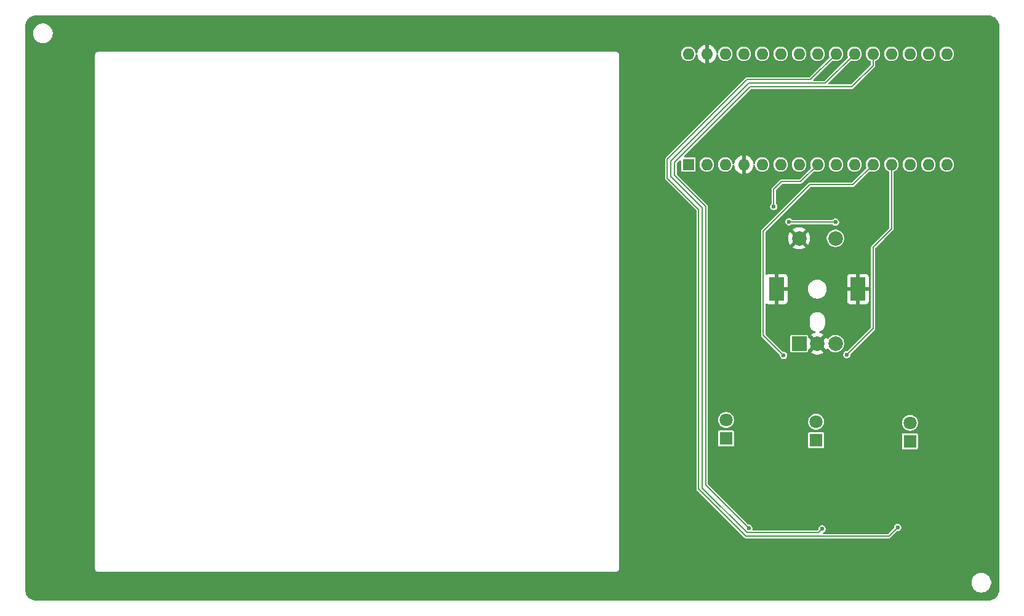
<source format=gbr>
%TF.GenerationSoftware,KiCad,Pcbnew,9.0.0*%
%TF.CreationDate,2025-10-26T20:42:14-07:00*%
%TF.ProjectId,Control_Dock,436f6e74-726f-46c5-9f44-6f636b2e6b69,1.0*%
%TF.SameCoordinates,Original*%
%TF.FileFunction,Copper,L2,Bot*%
%TF.FilePolarity,Positive*%
%FSLAX46Y46*%
G04 Gerber Fmt 4.6, Leading zero omitted, Abs format (unit mm)*
G04 Created by KiCad (PCBNEW 9.0.0) date 2025-10-26 20:42:14*
%MOMM*%
%LPD*%
G01*
G04 APERTURE LIST*
%TA.AperFunction,ComponentPad*%
%ADD10R,1.800000X1.800000*%
%TD*%
%TA.AperFunction,ComponentPad*%
%ADD11C,1.800000*%
%TD*%
%TA.AperFunction,ComponentPad*%
%ADD12R,2.000000X2.000000*%
%TD*%
%TA.AperFunction,ComponentPad*%
%ADD13C,2.000000*%
%TD*%
%TA.AperFunction,ComponentPad*%
%ADD14R,2.000000X3.200000*%
%TD*%
%TA.AperFunction,ComponentPad*%
%ADD15R,1.600000X1.600000*%
%TD*%
%TA.AperFunction,ComponentPad*%
%ADD16O,1.600000X1.600000*%
%TD*%
%TA.AperFunction,ViaPad*%
%ADD17C,0.600000*%
%TD*%
%TA.AperFunction,Conductor*%
%ADD18C,0.200000*%
%TD*%
G04 APERTURE END LIST*
D10*
%TO.P,D1,1,K*%
%TO.N,Net-(D1-K)*%
X144880000Y-108850000D03*
D11*
%TO.P,D1,2,A*%
%TO.N,/L3*%
X144880000Y-106310000D03*
%TD*%
D10*
%TO.P,D3,1,K*%
%TO.N,Net-(D3-K)*%
X170180000Y-109220000D03*
D11*
%TO.P,D3,2,A*%
%TO.N,/L1*%
X170180000Y-106680000D03*
%TD*%
D10*
%TO.P,D2,1,K*%
%TO.N,Net-(D2-K)*%
X157280000Y-109080000D03*
D11*
%TO.P,D2,2,A*%
%TO.N,/L2*%
X157280000Y-106540000D03*
%TD*%
D12*
%TO.P,ROT1,A,A*%
%TO.N,ROT1_A*%
X154940000Y-95780000D03*
D13*
%TO.P,ROT1,B,B*%
%TO.N,ROT1_B*%
X159940000Y-95780000D03*
%TO.P,ROT1,C,C*%
%TO.N,GND*%
X157440000Y-95780000D03*
D14*
%TO.P,ROT1,MP,MP*%
X151840000Y-88280000D03*
X163040000Y-88280000D03*
D13*
%TO.P,ROT1,S1,S1*%
%TO.N,ROT1_Sw*%
X159940000Y-81280000D03*
%TO.P,ROT1,S2,S2*%
%TO.N,GND*%
X154940000Y-81280000D03*
%TD*%
D15*
%TO.P,Processor1,1,D1/TX*%
%TO.N,unconnected-(Processor1-D1{slash}TX-Pad1)*%
X139700000Y-71120000D03*
D16*
%TO.P,Processor1,2,D0/RX*%
%TO.N,unconnected-(Processor1-D0{slash}RX-Pad2)*%
X142240000Y-71120000D03*
%TO.P,Processor1,3,~{RESET}*%
%TO.N,unconnected-(Processor1-~{RESET}-Pad3)*%
X144780000Y-71120000D03*
%TO.P,Processor1,4,GND*%
%TO.N,GND*%
X147320000Y-71120000D03*
%TO.P,Processor1,5,D2*%
%TO.N,/L1*%
X149860000Y-71120000D03*
%TO.P,Processor1,6,D3*%
%TO.N,/L2*%
X152400000Y-71120000D03*
%TO.P,Processor1,7,D4*%
%TO.N,/L3*%
X154940000Y-71120000D03*
%TO.P,Processor1,8,D5*%
%TO.N,ROT1_Sw*%
X157480000Y-71120000D03*
%TO.P,Processor1,9,D6*%
%TO.N,unconnected-(Processor1-D6-Pad9)*%
X160020000Y-71120000D03*
%TO.P,Processor1,10,D7*%
%TO.N,unconnected-(Processor1-D7-Pad10)*%
X162560000Y-71120000D03*
%TO.P,Processor1,11,D8*%
%TO.N,ROT1_A*%
X165100000Y-71120000D03*
%TO.P,Processor1,12,D9*%
%TO.N,ROT1_B*%
X167640000Y-71120000D03*
%TO.P,Processor1,13,D10/CS*%
%TO.N,unconnected-(Processor1-D10{slash}CS-Pad13)*%
X170180000Y-71120000D03*
%TO.P,Processor1,14,D11/COPI*%
%TO.N,unconnected-(Processor1-D11{slash}COPI-Pad14)*%
X172720000Y-71120000D03*
%TO.P,Processor1,15,D12/CIPO*%
%TO.N,unconnected-(Processor1-D12{slash}CIPO-Pad15)*%
X175260000Y-71120000D03*
%TO.P,Processor1,16,D13/SCK*%
%TO.N,unconnected-(Processor1-D13{slash}SCK-Pad16)*%
X175260000Y-55880000D03*
%TO.P,Processor1,17,3V3*%
%TO.N,+3.3V*%
X172720000Y-55880000D03*
%TO.P,Processor1,18,B0*%
%TO.N,unconnected-(Processor1-B0-Pad18)*%
X170180000Y-55880000D03*
%TO.P,Processor1,19,A0*%
%TO.N,unconnected-(Processor1-A0-Pad19)*%
X167640000Y-55880000D03*
%TO.P,Processor1,20,A1*%
%TO.N,/a1*%
X165100000Y-55880000D03*
%TO.P,Processor1,21,A2*%
%TO.N,/a2*%
X162560000Y-55880000D03*
%TO.P,Processor1,22,A3*%
%TO.N,/a3*%
X160020000Y-55880000D03*
%TO.P,Processor1,23,SDA/A4*%
%TO.N,unconnected-(Processor1-SDA{slash}A4-Pad23)*%
X157480000Y-55880000D03*
%TO.P,Processor1,24,SCL/A5*%
%TO.N,unconnected-(Processor1-SCL{slash}A5-Pad24)*%
X154940000Y-55880000D03*
%TO.P,Processor1,25,A6*%
%TO.N,unconnected-(Processor1-A6-Pad25)*%
X152400000Y-55880000D03*
%TO.P,Processor1,26,A7*%
%TO.N,unconnected-(Processor1-A7-Pad26)*%
X149860000Y-55880000D03*
%TO.P,Processor1,27,VUSB/5V*%
%TO.N,unconnected-(Processor1-VUSB{slash}5V-Pad27)*%
X147320000Y-55880000D03*
%TO.P,Processor1,28,B1*%
%TO.N,unconnected-(Processor1-B1-Pad28)*%
X144780000Y-55880000D03*
%TO.P,Processor1,29,GND*%
%TO.N,GND*%
X142240000Y-55880000D03*
%TO.P,Processor1,30,VIN*%
%TO.N,+12V*%
X139700000Y-55880000D03*
%TD*%
D17*
%TO.N,GND*%
X176500000Y-52100000D03*
X169700000Y-52000000D03*
X159700000Y-52000000D03*
X152200000Y-52000000D03*
X142200000Y-52000000D03*
X181600000Y-102500000D03*
X181600000Y-112500000D03*
X55000000Y-55000000D03*
X55000000Y-65000000D03*
X55000000Y-75000000D03*
X55000000Y-85000000D03*
X55000000Y-95000000D03*
X55000000Y-105000000D03*
X55000000Y-115000000D03*
X55000000Y-125000000D03*
X180000000Y-55000000D03*
X180000000Y-60000000D03*
X180000000Y-75000000D03*
X180000000Y-85000000D03*
X180000000Y-95000000D03*
X180000000Y-120000000D03*
X175000000Y-125000000D03*
X170000000Y-130000000D03*
X160000000Y-130000000D03*
X150000000Y-130000000D03*
X140000000Y-130000000D03*
X130000000Y-130000000D03*
X120000000Y-130000000D03*
X110000000Y-130000000D03*
X100000000Y-130000000D03*
X90000000Y-130000000D03*
X80000000Y-130000000D03*
X70000000Y-130000000D03*
X60000000Y-130000000D03*
X160300000Y-78100000D03*
X150700000Y-77300000D03*
X152700000Y-79200000D03*
X160600000Y-97500000D03*
X153800000Y-97500000D03*
X169400000Y-121300000D03*
X159200000Y-121400000D03*
X149200000Y-121100000D03*
%TO.N,ROT1_B*%
X161500000Y-97300000D03*
%TO.N,ROT1_A*%
X152800000Y-97400000D03*
%TO.N,ROT1_Sw*%
X159950000Y-79050000D03*
X151450000Y-76900000D03*
X153550000Y-79000000D03*
%TO.N,/a3*%
X168500000Y-121100000D03*
%TO.N,/a2*%
X158100000Y-121300000D03*
%TO.N,/a1*%
X148000000Y-121200000D03*
%TD*%
D18*
%TO.N,ROT1_B*%
X167640000Y-79960000D02*
X167640000Y-71120000D01*
X165100000Y-93700000D02*
X165100000Y-82500000D01*
X165100000Y-82500000D02*
X167640000Y-79960000D01*
X161500000Y-97300000D02*
X165100000Y-93700000D01*
%TO.N,ROT1_A*%
X150000000Y-80300000D02*
X156400000Y-73900000D01*
X150000000Y-94600000D02*
X150000000Y-80300000D01*
X156400000Y-73900000D02*
X162320000Y-73900000D01*
X152800000Y-97400000D02*
X150000000Y-94600000D01*
X162320000Y-73900000D02*
X165100000Y-71120000D01*
%TO.N,ROT1_Sw*%
X152500000Y-73450000D02*
X155150000Y-73450000D01*
X153600000Y-79050000D02*
X153550000Y-79000000D01*
X155150000Y-73450000D02*
X157480000Y-71120000D01*
X151450000Y-74500000D02*
X152500000Y-73450000D01*
X151450000Y-76900000D02*
X151450000Y-74500000D01*
X159950000Y-79050000D02*
X153600000Y-79050000D01*
%TO.N,/a3*%
X141100000Y-77300000D02*
X136800000Y-73000000D01*
X147600000Y-122300000D02*
X141100000Y-115800000D01*
X156500000Y-59400000D02*
X160020000Y-55880000D01*
X141100000Y-115800000D02*
X141100000Y-77300000D01*
X168500000Y-121100000D02*
X167300000Y-122300000D01*
X167300000Y-122300000D02*
X147600000Y-122300000D01*
X136800000Y-70400000D02*
X147800000Y-59400000D01*
X136800000Y-73000000D02*
X136800000Y-70400000D01*
X147800000Y-59400000D02*
X156500000Y-59400000D01*
%TO.N,/a2*%
X147751057Y-121801000D02*
X141600000Y-115649943D01*
X141600000Y-115649943D02*
X141600000Y-77100000D01*
X157599000Y-121801000D02*
X147751057Y-121801000D01*
X137300000Y-70600000D02*
X148000000Y-59900000D01*
X148000000Y-59900000D02*
X158540000Y-59900000D01*
X158540000Y-59900000D02*
X162560000Y-55880000D01*
X137300000Y-72800000D02*
X137300000Y-70600000D01*
X141600000Y-77100000D02*
X137300000Y-72800000D01*
X158100000Y-121300000D02*
X157599000Y-121801000D01*
%TO.N,/a1*%
X142100000Y-115300000D02*
X142100000Y-76900000D01*
X148218000Y-60400000D02*
X162200000Y-60400000D01*
X137800000Y-72600000D02*
X137800000Y-70818000D01*
X142100000Y-76900000D02*
X137800000Y-72600000D01*
X148000000Y-121200000D02*
X142100000Y-115300000D01*
X162200000Y-60400000D02*
X165100000Y-57500000D01*
X165100000Y-57500000D02*
X165100000Y-55880000D01*
X137800000Y-70818000D02*
X148218000Y-60400000D01*
%TD*%
%TA.AperFunction,Conductor*%
%TO.N,GND*%
G36*
X180974418Y-50585816D02*
G01*
X181174561Y-50600130D01*
X181192063Y-50602647D01*
X181383797Y-50644355D01*
X181400755Y-50649334D01*
X181584609Y-50717909D01*
X181600701Y-50725259D01*
X181772904Y-50819288D01*
X181787784Y-50828849D01*
X181944867Y-50946441D01*
X181958237Y-50958027D01*
X182096972Y-51096762D01*
X182108558Y-51110132D01*
X182226146Y-51267210D01*
X182235711Y-51282095D01*
X182329740Y-51454298D01*
X182337090Y-51470390D01*
X182405662Y-51654236D01*
X182410646Y-51671212D01*
X182452351Y-51862931D01*
X182454869Y-51880442D01*
X182469184Y-52080580D01*
X182469500Y-52089427D01*
X182469500Y-129670572D01*
X182469184Y-129679419D01*
X182454869Y-129879557D01*
X182452351Y-129897068D01*
X182410646Y-130088787D01*
X182405662Y-130105763D01*
X182337090Y-130289609D01*
X182329740Y-130305701D01*
X182235711Y-130477904D01*
X182226146Y-130492789D01*
X182108558Y-130649867D01*
X182096972Y-130663237D01*
X181958237Y-130801972D01*
X181944867Y-130813558D01*
X181787789Y-130931146D01*
X181772904Y-130940711D01*
X181600701Y-131034740D01*
X181584609Y-131042090D01*
X181400763Y-131110662D01*
X181383787Y-131115646D01*
X181192068Y-131157351D01*
X181174557Y-131159869D01*
X180993779Y-131172799D01*
X180974417Y-131174184D01*
X180965572Y-131174500D01*
X49952428Y-131174500D01*
X49943582Y-131174184D01*
X49921622Y-131172613D01*
X49743442Y-131159869D01*
X49725931Y-131157351D01*
X49534212Y-131115646D01*
X49517236Y-131110662D01*
X49333390Y-131042090D01*
X49317298Y-131034740D01*
X49145095Y-130940711D01*
X49130210Y-130931146D01*
X48973132Y-130813558D01*
X48959762Y-130801972D01*
X48821027Y-130663237D01*
X48809441Y-130649867D01*
X48691849Y-130492784D01*
X48682288Y-130477904D01*
X48588259Y-130305701D01*
X48580909Y-130289609D01*
X48520091Y-130126551D01*
X48512334Y-130105755D01*
X48507355Y-130088797D01*
X48465647Y-129897063D01*
X48463130Y-129879556D01*
X48461377Y-129855051D01*
X48448816Y-129679418D01*
X48448500Y-129670572D01*
X48448500Y-128593713D01*
X178649500Y-128593713D01*
X178649500Y-128806286D01*
X178682753Y-129016239D01*
X178748444Y-129218414D01*
X178844951Y-129407820D01*
X178969890Y-129579786D01*
X179120213Y-129730109D01*
X179292179Y-129855048D01*
X179292181Y-129855049D01*
X179292184Y-129855051D01*
X179481588Y-129951557D01*
X179683757Y-130017246D01*
X179893713Y-130050500D01*
X179893714Y-130050500D01*
X180106286Y-130050500D01*
X180106287Y-130050500D01*
X180316243Y-130017246D01*
X180518412Y-129951557D01*
X180707816Y-129855051D01*
X180747455Y-129826252D01*
X180879786Y-129730109D01*
X180879788Y-129730106D01*
X180879792Y-129730104D01*
X181030104Y-129579792D01*
X181030106Y-129579788D01*
X181030109Y-129579786D01*
X181155048Y-129407820D01*
X181155047Y-129407820D01*
X181155051Y-129407816D01*
X181251557Y-129218412D01*
X181317246Y-129016243D01*
X181350500Y-128806287D01*
X181350500Y-128593713D01*
X181317246Y-128383757D01*
X181251557Y-128181588D01*
X181155051Y-127992184D01*
X181155049Y-127992181D01*
X181155048Y-127992179D01*
X181030109Y-127820213D01*
X180879786Y-127669890D01*
X180707820Y-127544951D01*
X180518414Y-127448444D01*
X180518413Y-127448443D01*
X180518412Y-127448443D01*
X180316243Y-127382754D01*
X180316241Y-127382753D01*
X180316240Y-127382753D01*
X180154957Y-127357208D01*
X180106287Y-127349500D01*
X179893713Y-127349500D01*
X179845042Y-127357208D01*
X179683760Y-127382753D01*
X179481585Y-127448444D01*
X179292179Y-127544951D01*
X179120213Y-127669890D01*
X178969890Y-127820213D01*
X178844951Y-127992179D01*
X178748444Y-128181585D01*
X178682753Y-128383760D01*
X178649500Y-128593713D01*
X48448500Y-128593713D01*
X48448500Y-56014108D01*
X58039500Y-56014108D01*
X58039500Y-126765891D01*
X58073608Y-126893187D01*
X58106554Y-126950250D01*
X58139500Y-127007314D01*
X58232686Y-127100500D01*
X58346814Y-127166392D01*
X58474108Y-127200500D01*
X58474110Y-127200500D01*
X129725890Y-127200500D01*
X129725892Y-127200500D01*
X129853186Y-127166392D01*
X129967314Y-127100500D01*
X130060500Y-127007314D01*
X130126392Y-126893186D01*
X130160500Y-126765892D01*
X130160500Y-70360438D01*
X136499500Y-70360438D01*
X136499500Y-73039562D01*
X136513152Y-73090513D01*
X136519979Y-73115990D01*
X136519980Y-73115991D01*
X136551150Y-73169979D01*
X136551151Y-73169981D01*
X136559537Y-73184507D01*
X136559541Y-73184512D01*
X140763181Y-77388152D01*
X140796666Y-77449475D01*
X140799500Y-77475833D01*
X140799500Y-115839562D01*
X140817559Y-115906960D01*
X140819980Y-115915993D01*
X140819981Y-115915994D01*
X140839870Y-115950442D01*
X140839871Y-115950443D01*
X140859540Y-115984511D01*
X147359540Y-122484511D01*
X147415489Y-122540460D01*
X147415491Y-122540461D01*
X147415495Y-122540464D01*
X147484004Y-122580017D01*
X147484011Y-122580021D01*
X147560438Y-122600500D01*
X147560440Y-122600500D01*
X167339560Y-122600500D01*
X167339562Y-122600500D01*
X167415989Y-122580021D01*
X167484511Y-122540460D01*
X167540460Y-122484511D01*
X168388151Y-121636818D01*
X168449474Y-121603334D01*
X168475832Y-121600500D01*
X168565890Y-121600500D01*
X168565892Y-121600500D01*
X168693186Y-121566392D01*
X168807314Y-121500500D01*
X168900500Y-121407314D01*
X168966392Y-121293186D01*
X169000500Y-121165892D01*
X169000500Y-121034108D01*
X168966392Y-120906814D01*
X168900500Y-120792686D01*
X168807314Y-120699500D01*
X168744408Y-120663181D01*
X168693187Y-120633608D01*
X168629539Y-120616554D01*
X168565892Y-120599500D01*
X168434108Y-120599500D01*
X168306812Y-120633608D01*
X168192686Y-120699500D01*
X168192683Y-120699502D01*
X168099502Y-120792683D01*
X168099500Y-120792686D01*
X168033608Y-120906812D01*
X167999500Y-121034108D01*
X167999500Y-121124166D01*
X167979815Y-121191205D01*
X167963181Y-121211847D01*
X167211848Y-121963181D01*
X167150525Y-121996666D01*
X167124167Y-121999500D01*
X158352206Y-121999500D01*
X158285167Y-121979815D01*
X158239412Y-121927011D01*
X158229468Y-121857853D01*
X158258493Y-121794297D01*
X158290206Y-121768113D01*
X158362087Y-121726611D01*
X158407314Y-121700500D01*
X158500500Y-121607314D01*
X158566392Y-121493186D01*
X158600500Y-121365892D01*
X158600500Y-121234108D01*
X158566392Y-121106814D01*
X158500500Y-120992686D01*
X158407314Y-120899500D01*
X158350250Y-120866554D01*
X158293187Y-120833608D01*
X158229539Y-120816554D01*
X158165892Y-120799500D01*
X158034108Y-120799500D01*
X157906812Y-120833608D01*
X157792686Y-120899500D01*
X157792683Y-120899502D01*
X157699502Y-120992683D01*
X157699500Y-120992686D01*
X157633608Y-121106812D01*
X157599500Y-121234108D01*
X157599500Y-121324165D01*
X157590856Y-121353601D01*
X157584333Y-121383591D01*
X157580577Y-121388607D01*
X157579815Y-121391204D01*
X157563182Y-121411845D01*
X157510848Y-121464180D01*
X157449525Y-121497666D01*
X157423166Y-121500500D01*
X148599237Y-121500500D01*
X148532198Y-121480815D01*
X148486443Y-121428011D01*
X148476499Y-121358853D01*
X148479462Y-121344407D01*
X148500500Y-121265892D01*
X148500500Y-121134108D01*
X148466392Y-121006814D01*
X148400500Y-120892686D01*
X148307314Y-120799500D01*
X148250250Y-120766554D01*
X148193187Y-120733608D01*
X148129539Y-120716554D01*
X148065892Y-120699500D01*
X147975833Y-120699500D01*
X147908794Y-120679815D01*
X147888152Y-120663181D01*
X142436819Y-115211848D01*
X142403334Y-115150525D01*
X142400500Y-115124167D01*
X142400500Y-107930247D01*
X143779500Y-107930247D01*
X143779500Y-109769752D01*
X143791131Y-109828229D01*
X143791132Y-109828230D01*
X143835447Y-109894552D01*
X143901769Y-109938867D01*
X143901770Y-109938868D01*
X143960247Y-109950499D01*
X143960250Y-109950500D01*
X143960252Y-109950500D01*
X145799750Y-109950500D01*
X145799751Y-109950499D01*
X145814568Y-109947552D01*
X145858229Y-109938868D01*
X145858229Y-109938867D01*
X145858231Y-109938867D01*
X145924552Y-109894552D01*
X145968867Y-109828231D01*
X145968867Y-109828229D01*
X145968868Y-109828229D01*
X145980499Y-109769752D01*
X145980500Y-109769750D01*
X145980500Y-108160247D01*
X156179500Y-108160247D01*
X156179500Y-109999752D01*
X156191131Y-110058229D01*
X156191132Y-110058230D01*
X156235447Y-110124552D01*
X156301769Y-110168867D01*
X156301770Y-110168868D01*
X156360247Y-110180499D01*
X156360250Y-110180500D01*
X156360252Y-110180500D01*
X158199750Y-110180500D01*
X158199751Y-110180499D01*
X158214568Y-110177552D01*
X158258229Y-110168868D01*
X158258229Y-110168867D01*
X158258231Y-110168867D01*
X158324552Y-110124552D01*
X158368867Y-110058231D01*
X158368867Y-110058229D01*
X158368868Y-110058229D01*
X158380499Y-109999752D01*
X158380500Y-109999750D01*
X158380500Y-108300247D01*
X169079500Y-108300247D01*
X169079500Y-110139752D01*
X169091131Y-110198229D01*
X169091132Y-110198230D01*
X169135447Y-110264552D01*
X169201769Y-110308867D01*
X169201770Y-110308868D01*
X169260247Y-110320499D01*
X169260250Y-110320500D01*
X169260252Y-110320500D01*
X171099750Y-110320500D01*
X171099751Y-110320499D01*
X171114568Y-110317552D01*
X171158229Y-110308868D01*
X171158229Y-110308867D01*
X171158231Y-110308867D01*
X171224552Y-110264552D01*
X171268867Y-110198231D01*
X171268867Y-110198229D01*
X171268868Y-110198229D01*
X171280499Y-110139752D01*
X171280500Y-110139750D01*
X171280500Y-108300249D01*
X171280499Y-108300247D01*
X171268868Y-108241770D01*
X171268867Y-108241769D01*
X171224552Y-108175447D01*
X171158230Y-108131132D01*
X171158229Y-108131131D01*
X171099752Y-108119500D01*
X171099748Y-108119500D01*
X169260252Y-108119500D01*
X169260247Y-108119500D01*
X169201770Y-108131131D01*
X169201769Y-108131132D01*
X169135447Y-108175447D01*
X169091132Y-108241769D01*
X169091131Y-108241770D01*
X169079500Y-108300247D01*
X158380500Y-108300247D01*
X158380500Y-108160249D01*
X158380499Y-108160247D01*
X158368868Y-108101770D01*
X158368867Y-108101769D01*
X158324552Y-108035447D01*
X158258230Y-107991132D01*
X158258229Y-107991131D01*
X158199752Y-107979500D01*
X158199748Y-107979500D01*
X156360252Y-107979500D01*
X156360247Y-107979500D01*
X156301770Y-107991131D01*
X156301769Y-107991132D01*
X156235447Y-108035447D01*
X156191132Y-108101769D01*
X156191131Y-108101770D01*
X156179500Y-108160247D01*
X145980500Y-108160247D01*
X145980500Y-107930249D01*
X145980499Y-107930247D01*
X145968868Y-107871770D01*
X145968867Y-107871769D01*
X145924552Y-107805447D01*
X145858230Y-107761132D01*
X145858229Y-107761131D01*
X145799752Y-107749500D01*
X145799748Y-107749500D01*
X143960252Y-107749500D01*
X143960247Y-107749500D01*
X143901770Y-107761131D01*
X143901769Y-107761132D01*
X143835447Y-107805447D01*
X143791132Y-107871769D01*
X143791131Y-107871770D01*
X143779500Y-107930247D01*
X142400500Y-107930247D01*
X142400500Y-106223389D01*
X143779500Y-106223389D01*
X143779500Y-106396610D01*
X143806597Y-106567697D01*
X143806597Y-106567699D01*
X143806598Y-106567701D01*
X143860127Y-106732445D01*
X143938768Y-106886788D01*
X144040586Y-107026928D01*
X144163072Y-107149414D01*
X144303212Y-107251232D01*
X144457555Y-107329873D01*
X144622299Y-107383402D01*
X144793389Y-107410500D01*
X144793390Y-107410500D01*
X144966610Y-107410500D01*
X144966611Y-107410500D01*
X145137701Y-107383402D01*
X145302445Y-107329873D01*
X145456788Y-107251232D01*
X145596928Y-107149414D01*
X145719414Y-107026928D01*
X145821232Y-106886788D01*
X145899873Y-106732445D01*
X145953402Y-106567701D01*
X145971507Y-106453389D01*
X156179500Y-106453389D01*
X156179500Y-106626610D01*
X156201673Y-106766610D01*
X156206598Y-106797701D01*
X156260127Y-106962445D01*
X156338768Y-107116788D01*
X156440586Y-107256928D01*
X156563072Y-107379414D01*
X156703212Y-107481232D01*
X156857555Y-107559873D01*
X157022299Y-107613402D01*
X157193389Y-107640500D01*
X157193390Y-107640500D01*
X157366610Y-107640500D01*
X157366611Y-107640500D01*
X157537701Y-107613402D01*
X157702445Y-107559873D01*
X157856788Y-107481232D01*
X157996928Y-107379414D01*
X158119414Y-107256928D01*
X158221232Y-107116788D01*
X158299873Y-106962445D01*
X158353402Y-106797701D01*
X158380500Y-106626611D01*
X158380500Y-106593389D01*
X169079500Y-106593389D01*
X169079500Y-106766611D01*
X169106598Y-106937701D01*
X169160127Y-107102445D01*
X169238768Y-107256788D01*
X169340586Y-107396928D01*
X169463072Y-107519414D01*
X169603212Y-107621232D01*
X169757555Y-107699873D01*
X169922299Y-107753402D01*
X170093389Y-107780500D01*
X170093390Y-107780500D01*
X170266610Y-107780500D01*
X170266611Y-107780500D01*
X170437701Y-107753402D01*
X170602445Y-107699873D01*
X170756788Y-107621232D01*
X170896928Y-107519414D01*
X171019414Y-107396928D01*
X171121232Y-107256788D01*
X171199873Y-107102445D01*
X171253402Y-106937701D01*
X171280500Y-106766611D01*
X171280500Y-106593389D01*
X171253402Y-106422299D01*
X171199873Y-106257555D01*
X171121232Y-106103212D01*
X171019414Y-105963072D01*
X170896928Y-105840586D01*
X170756788Y-105738768D01*
X170602445Y-105660127D01*
X170437701Y-105606598D01*
X170437699Y-105606597D01*
X170437698Y-105606597D01*
X170306271Y-105585781D01*
X170266611Y-105579500D01*
X170093389Y-105579500D01*
X170053728Y-105585781D01*
X169922302Y-105606597D01*
X169757552Y-105660128D01*
X169603211Y-105738768D01*
X169523256Y-105796859D01*
X169463072Y-105840586D01*
X169463070Y-105840588D01*
X169463069Y-105840588D01*
X169340588Y-105963069D01*
X169340588Y-105963070D01*
X169340586Y-105963072D01*
X169296859Y-106023256D01*
X169238768Y-106103211D01*
X169160128Y-106257552D01*
X169106597Y-106422302D01*
X169083569Y-106567697D01*
X169079500Y-106593389D01*
X158380500Y-106593389D01*
X158380500Y-106453389D01*
X158353402Y-106282299D01*
X158299873Y-106117555D01*
X158221232Y-105963212D01*
X158119414Y-105823072D01*
X157996928Y-105700586D01*
X157856788Y-105598768D01*
X157702445Y-105520127D01*
X157537701Y-105466598D01*
X157537699Y-105466597D01*
X157537698Y-105466597D01*
X157406271Y-105445781D01*
X157366611Y-105439500D01*
X157193389Y-105439500D01*
X157153728Y-105445781D01*
X157022302Y-105466597D01*
X156857552Y-105520128D01*
X156703211Y-105598768D01*
X156623256Y-105656859D01*
X156563072Y-105700586D01*
X156563070Y-105700588D01*
X156563069Y-105700588D01*
X156440588Y-105823069D01*
X156440588Y-105823070D01*
X156440586Y-105823072D01*
X156427860Y-105840588D01*
X156338768Y-105963211D01*
X156260128Y-106117552D01*
X156206597Y-106282302D01*
X156179500Y-106453389D01*
X145971507Y-106453389D01*
X145980500Y-106396611D01*
X145980500Y-106223389D01*
X145953402Y-106052299D01*
X145899873Y-105887555D01*
X145821232Y-105733212D01*
X145719414Y-105593072D01*
X145596928Y-105470586D01*
X145456788Y-105368768D01*
X145302445Y-105290127D01*
X145137701Y-105236598D01*
X145137699Y-105236597D01*
X145137698Y-105236597D01*
X145006271Y-105215781D01*
X144966611Y-105209500D01*
X144793389Y-105209500D01*
X144753728Y-105215781D01*
X144622302Y-105236597D01*
X144457552Y-105290128D01*
X144303211Y-105368768D01*
X144223256Y-105426859D01*
X144163072Y-105470586D01*
X144163070Y-105470588D01*
X144163069Y-105470588D01*
X144040588Y-105593069D01*
X144040588Y-105593070D01*
X144040586Y-105593072D01*
X144030759Y-105606598D01*
X143938768Y-105733211D01*
X143860128Y-105887552D01*
X143806597Y-106052302D01*
X143779500Y-106223389D01*
X142400500Y-106223389D01*
X142400500Y-80260438D01*
X149699500Y-80260438D01*
X149699500Y-94639562D01*
X149706974Y-94667453D01*
X149719979Y-94715990D01*
X149741484Y-94753236D01*
X149741485Y-94753240D01*
X149741486Y-94753240D01*
X149759539Y-94784509D01*
X149759541Y-94784512D01*
X152263181Y-97288152D01*
X152296666Y-97349475D01*
X152299500Y-97375833D01*
X152299500Y-97465891D01*
X152333608Y-97593187D01*
X152341766Y-97607316D01*
X152399500Y-97707314D01*
X152492686Y-97800500D01*
X152606814Y-97866392D01*
X152734108Y-97900500D01*
X152734110Y-97900500D01*
X152865890Y-97900500D01*
X152865892Y-97900500D01*
X152993186Y-97866392D01*
X153107314Y-97800500D01*
X153200500Y-97707314D01*
X153266392Y-97593186D01*
X153300500Y-97465892D01*
X153300500Y-97334108D01*
X153266392Y-97206814D01*
X153200500Y-97092686D01*
X153107314Y-96999500D01*
X153023206Y-96950940D01*
X152993187Y-96933608D01*
X152929539Y-96916554D01*
X152865892Y-96899500D01*
X152775833Y-96899500D01*
X152708794Y-96879815D01*
X152688152Y-96863181D01*
X150585218Y-94760247D01*
X153739500Y-94760247D01*
X153739500Y-96799752D01*
X153751131Y-96858229D01*
X153751132Y-96858230D01*
X153795447Y-96924552D01*
X153861769Y-96968867D01*
X153861770Y-96968868D01*
X153920247Y-96980499D01*
X153920250Y-96980500D01*
X153920252Y-96980500D01*
X155959750Y-96980500D01*
X155959751Y-96980499D01*
X155974568Y-96977552D01*
X156018229Y-96968868D01*
X156018229Y-96968867D01*
X156018231Y-96968867D01*
X156084552Y-96924552D01*
X156128867Y-96858231D01*
X156140500Y-96799748D01*
X156140500Y-96759666D01*
X156145362Y-96742819D01*
X156155082Y-96727537D01*
X156160185Y-96710161D01*
X156173443Y-96698672D01*
X156178350Y-96690958D01*
X156176919Y-96689527D01*
X156957037Y-95909408D01*
X156974075Y-95972993D01*
X157039901Y-96087007D01*
X157132993Y-96180099D01*
X157247007Y-96245925D01*
X157310590Y-96262962D01*
X156570893Y-97002658D01*
X156653828Y-97062914D01*
X156864197Y-97170102D01*
X157088752Y-97243065D01*
X157088751Y-97243065D01*
X157321948Y-97280000D01*
X157558052Y-97280000D01*
X157791247Y-97243065D01*
X157818814Y-97234108D01*
X160999500Y-97234108D01*
X160999500Y-97365891D01*
X161033608Y-97493187D01*
X161066554Y-97550250D01*
X161099500Y-97607314D01*
X161192686Y-97700500D01*
X161306814Y-97766392D01*
X161434108Y-97800500D01*
X161434110Y-97800500D01*
X161565890Y-97800500D01*
X161565892Y-97800500D01*
X161693186Y-97766392D01*
X161807314Y-97700500D01*
X161900500Y-97607314D01*
X161966392Y-97493186D01*
X162000500Y-97365892D01*
X162000500Y-97275832D01*
X162020185Y-97208793D01*
X162036819Y-97188151D01*
X163637963Y-95587007D01*
X165340460Y-93884511D01*
X165380021Y-93815989D01*
X165400500Y-93739562D01*
X165400500Y-82675833D01*
X165420185Y-82608794D01*
X165436819Y-82588152D01*
X166650490Y-81374481D01*
X167880460Y-80144511D01*
X167897216Y-80115489D01*
X167920021Y-80075989D01*
X167940500Y-79999562D01*
X167940500Y-72161315D01*
X167960185Y-72094276D01*
X168012989Y-72048521D01*
X168017002Y-72046773D01*
X168113914Y-72006632D01*
X168277782Y-71897139D01*
X168417139Y-71757782D01*
X168526632Y-71593914D01*
X168602051Y-71411835D01*
X168638034Y-71230938D01*
X168640500Y-71218543D01*
X169179499Y-71218543D01*
X169217947Y-71411829D01*
X169217950Y-71411839D01*
X169293364Y-71593907D01*
X169293371Y-71593920D01*
X169402860Y-71757781D01*
X169402863Y-71757785D01*
X169542214Y-71897136D01*
X169542218Y-71897139D01*
X169706079Y-72006628D01*
X169706092Y-72006635D01*
X169845918Y-72064552D01*
X169888165Y-72082051D01*
X169888169Y-72082051D01*
X169888170Y-72082052D01*
X170081456Y-72120500D01*
X170081459Y-72120500D01*
X170278543Y-72120500D01*
X170428887Y-72090594D01*
X170471835Y-72082051D01*
X170653914Y-72006632D01*
X170817782Y-71897139D01*
X170957139Y-71757782D01*
X171066632Y-71593914D01*
X171142051Y-71411835D01*
X171178034Y-71230938D01*
X171180500Y-71218543D01*
X171719499Y-71218543D01*
X171757947Y-71411829D01*
X171757950Y-71411839D01*
X171833364Y-71593907D01*
X171833371Y-71593920D01*
X171942860Y-71757781D01*
X171942863Y-71757785D01*
X172082214Y-71897136D01*
X172082218Y-71897139D01*
X172246079Y-72006628D01*
X172246092Y-72006635D01*
X172385918Y-72064552D01*
X172428165Y-72082051D01*
X172428169Y-72082051D01*
X172428170Y-72082052D01*
X172621456Y-72120500D01*
X172621459Y-72120500D01*
X172818543Y-72120500D01*
X172968887Y-72090594D01*
X173011835Y-72082051D01*
X173193914Y-72006632D01*
X173357782Y-71897139D01*
X173497139Y-71757782D01*
X173606632Y-71593914D01*
X173682051Y-71411835D01*
X173718034Y-71230938D01*
X173720500Y-71218543D01*
X174259499Y-71218543D01*
X174297947Y-71411829D01*
X174297950Y-71411839D01*
X174373364Y-71593907D01*
X174373371Y-71593920D01*
X174482860Y-71757781D01*
X174482863Y-71757785D01*
X174622214Y-71897136D01*
X174622218Y-71897139D01*
X174786079Y-72006628D01*
X174786092Y-72006635D01*
X174925918Y-72064552D01*
X174968165Y-72082051D01*
X174968169Y-72082051D01*
X174968170Y-72082052D01*
X175161456Y-72120500D01*
X175161459Y-72120500D01*
X175358543Y-72120500D01*
X175508887Y-72090594D01*
X175551835Y-72082051D01*
X175733914Y-72006632D01*
X175897782Y-71897139D01*
X176037139Y-71757782D01*
X176146632Y-71593914D01*
X176222051Y-71411835D01*
X176258034Y-71230938D01*
X176260500Y-71218543D01*
X176260500Y-71021456D01*
X176222052Y-70828170D01*
X176222051Y-70828169D01*
X176222051Y-70828165D01*
X176177207Y-70719901D01*
X176146635Y-70646092D01*
X176146628Y-70646079D01*
X176037139Y-70482218D01*
X176037136Y-70482214D01*
X175897785Y-70342863D01*
X175897781Y-70342860D01*
X175733920Y-70233371D01*
X175733907Y-70233364D01*
X175551839Y-70157950D01*
X175551829Y-70157947D01*
X175358543Y-70119500D01*
X175358541Y-70119500D01*
X175161459Y-70119500D01*
X175161457Y-70119500D01*
X174968170Y-70157947D01*
X174968160Y-70157950D01*
X174786092Y-70233364D01*
X174786079Y-70233371D01*
X174622218Y-70342860D01*
X174622214Y-70342863D01*
X174482863Y-70482214D01*
X174482860Y-70482218D01*
X174373371Y-70646079D01*
X174373364Y-70646092D01*
X174297950Y-70828160D01*
X174297947Y-70828170D01*
X174259500Y-71021456D01*
X174259500Y-71021459D01*
X174259500Y-71218541D01*
X174259500Y-71218543D01*
X174259499Y-71218543D01*
X173720500Y-71218543D01*
X173720500Y-71021456D01*
X173682052Y-70828170D01*
X173682051Y-70828169D01*
X173682051Y-70828165D01*
X173637207Y-70719901D01*
X173606635Y-70646092D01*
X173606628Y-70646079D01*
X173497139Y-70482218D01*
X173497136Y-70482214D01*
X173357785Y-70342863D01*
X173357781Y-70342860D01*
X173193920Y-70233371D01*
X173193907Y-70233364D01*
X173011839Y-70157950D01*
X173011829Y-70157947D01*
X172818543Y-70119500D01*
X172818541Y-70119500D01*
X172621459Y-70119500D01*
X172621457Y-70119500D01*
X172428170Y-70157947D01*
X172428160Y-70157950D01*
X172246092Y-70233364D01*
X172246079Y-70233371D01*
X172082218Y-70342860D01*
X172082214Y-70342863D01*
X171942863Y-70482214D01*
X171942860Y-70482218D01*
X171833371Y-70646079D01*
X171833364Y-70646092D01*
X171757950Y-70828160D01*
X171757947Y-70828170D01*
X171719500Y-71021456D01*
X171719500Y-71021459D01*
X171719500Y-71218541D01*
X171719500Y-71218543D01*
X171719499Y-71218543D01*
X171180500Y-71218543D01*
X171180500Y-71021456D01*
X171142052Y-70828170D01*
X171142051Y-70828169D01*
X171142051Y-70828165D01*
X171097207Y-70719901D01*
X171066635Y-70646092D01*
X171066628Y-70646079D01*
X170957139Y-70482218D01*
X170957136Y-70482214D01*
X170817785Y-70342863D01*
X170817781Y-70342860D01*
X170653920Y-70233371D01*
X170653907Y-70233364D01*
X170471839Y-70157950D01*
X170471829Y-70157947D01*
X170278543Y-70119500D01*
X170278541Y-70119500D01*
X170081459Y-70119500D01*
X170081457Y-70119500D01*
X169888170Y-70157947D01*
X169888160Y-70157950D01*
X169706092Y-70233364D01*
X169706079Y-70233371D01*
X169542218Y-70342860D01*
X169542214Y-70342863D01*
X169402863Y-70482214D01*
X169402860Y-70482218D01*
X169293371Y-70646079D01*
X169293364Y-70646092D01*
X169217950Y-70828160D01*
X169217947Y-70828170D01*
X169179500Y-71021456D01*
X169179500Y-71021459D01*
X169179500Y-71218541D01*
X169179500Y-71218543D01*
X169179499Y-71218543D01*
X168640500Y-71218543D01*
X168640500Y-71021456D01*
X168602052Y-70828170D01*
X168602051Y-70828169D01*
X168602051Y-70828165D01*
X168557207Y-70719901D01*
X168526635Y-70646092D01*
X168526628Y-70646079D01*
X168417139Y-70482218D01*
X168417136Y-70482214D01*
X168277785Y-70342863D01*
X168277781Y-70342860D01*
X168113920Y-70233371D01*
X168113907Y-70233364D01*
X167931839Y-70157950D01*
X167931829Y-70157947D01*
X167738543Y-70119500D01*
X167738541Y-70119500D01*
X167541459Y-70119500D01*
X167541457Y-70119500D01*
X167348170Y-70157947D01*
X167348160Y-70157950D01*
X167166092Y-70233364D01*
X167166079Y-70233371D01*
X167002218Y-70342860D01*
X167002214Y-70342863D01*
X166862863Y-70482214D01*
X166862860Y-70482218D01*
X166753371Y-70646079D01*
X166753364Y-70646092D01*
X166677950Y-70828160D01*
X166677947Y-70828170D01*
X166639500Y-71021456D01*
X166639500Y-71021459D01*
X166639500Y-71218541D01*
X166639500Y-71218543D01*
X166639499Y-71218543D01*
X166677947Y-71411829D01*
X166677950Y-71411839D01*
X166753364Y-71593907D01*
X166753371Y-71593920D01*
X166862860Y-71757781D01*
X166862863Y-71757785D01*
X167002217Y-71897139D01*
X167153513Y-71998231D01*
X167166086Y-72006632D01*
X167262953Y-72046755D01*
X167317355Y-72090594D01*
X167339421Y-72156888D01*
X167339500Y-72161315D01*
X167339500Y-79784167D01*
X167319815Y-79851206D01*
X167303181Y-79871848D01*
X164859541Y-82315487D01*
X164859535Y-82315495D01*
X164819982Y-82384004D01*
X164819979Y-82384009D01*
X164799500Y-82460439D01*
X164799500Y-93524166D01*
X164779815Y-93591205D01*
X164763181Y-93611847D01*
X161611847Y-96763181D01*
X161550524Y-96796666D01*
X161524166Y-96799500D01*
X161434108Y-96799500D01*
X161306812Y-96833608D01*
X161192686Y-96899500D01*
X161192683Y-96899502D01*
X161099502Y-96992683D01*
X161099500Y-96992686D01*
X161033608Y-97106812D01*
X160999500Y-97234108D01*
X157818814Y-97234108D01*
X158015802Y-97170102D01*
X158122975Y-97115496D01*
X158226163Y-97062918D01*
X158226169Y-97062914D01*
X158309104Y-97002658D01*
X158309105Y-97002658D01*
X157569408Y-96262962D01*
X157632993Y-96245925D01*
X157747007Y-96180099D01*
X157840099Y-96087007D01*
X157905925Y-95972993D01*
X157922962Y-95909409D01*
X158662658Y-96649105D01*
X158662658Y-96649104D01*
X158722914Y-96566169D01*
X158722921Y-96566159D01*
X158756516Y-96500224D01*
X158804489Y-96449428D01*
X158872310Y-96432632D01*
X158938445Y-96455169D01*
X158967319Y-96483632D01*
X159024310Y-96562073D01*
X159157927Y-96695690D01*
X159310801Y-96806760D01*
X159390347Y-96847290D01*
X159479163Y-96892545D01*
X159479165Y-96892545D01*
X159479168Y-96892547D01*
X159575497Y-96923846D01*
X159658881Y-96950940D01*
X159845514Y-96980500D01*
X159845519Y-96980500D01*
X160034486Y-96980500D01*
X160221118Y-96950940D01*
X160400832Y-96892547D01*
X160569199Y-96806760D01*
X160722073Y-96695690D01*
X160855690Y-96562073D01*
X160966760Y-96409199D01*
X161052547Y-96240832D01*
X161110940Y-96061118D01*
X161140500Y-95874486D01*
X161140500Y-95685513D01*
X161110940Y-95498881D01*
X161052545Y-95319163D01*
X160966759Y-95150800D01*
X160943679Y-95119033D01*
X160855690Y-94997927D01*
X160722073Y-94864310D01*
X160569199Y-94753240D01*
X160496090Y-94715989D01*
X160400836Y-94667454D01*
X160221118Y-94609059D01*
X160034486Y-94579500D01*
X160034481Y-94579500D01*
X159845519Y-94579500D01*
X159845514Y-94579500D01*
X159658881Y-94609059D01*
X159479163Y-94667454D01*
X159310800Y-94753240D01*
X159223579Y-94816610D01*
X159157927Y-94864310D01*
X159157925Y-94864312D01*
X159157924Y-94864312D01*
X159024309Y-94997927D01*
X158967318Y-95076368D01*
X158911988Y-95119033D01*
X158842374Y-95125011D01*
X158780580Y-95092404D01*
X158756516Y-95059775D01*
X158722916Y-94993830D01*
X158662658Y-94910894D01*
X158662658Y-94910893D01*
X157922962Y-95650590D01*
X157905925Y-95587007D01*
X157840099Y-95472993D01*
X157747007Y-95379901D01*
X157632993Y-95314075D01*
X157569409Y-95297037D01*
X158309105Y-94557340D01*
X158309104Y-94557338D01*
X158226174Y-94497087D01*
X158015802Y-94389897D01*
X157791248Y-94316934D01*
X157787307Y-94315988D01*
X157726718Y-94281194D01*
X157694558Y-94219165D01*
X157701038Y-94149597D01*
X157744101Y-94094576D01*
X157768805Y-94080857D01*
X157882188Y-94033892D01*
X157937594Y-94010943D01*
X157937595Y-94010942D01*
X157937598Y-94010941D01*
X158109655Y-93895977D01*
X158255977Y-93749655D01*
X158370941Y-93577598D01*
X158450130Y-93386420D01*
X158490500Y-93183465D01*
X158490500Y-92376535D01*
X158450130Y-92173580D01*
X158370941Y-91982402D01*
X158255977Y-91810345D01*
X158255975Y-91810342D01*
X158109657Y-91664024D01*
X158023626Y-91606541D01*
X157937598Y-91549059D01*
X157746420Y-91469870D01*
X157746412Y-91469868D01*
X157543469Y-91429500D01*
X157543465Y-91429500D01*
X157336535Y-91429500D01*
X157336530Y-91429500D01*
X157133587Y-91469868D01*
X157133579Y-91469870D01*
X156942403Y-91549058D01*
X156770342Y-91664024D01*
X156624024Y-91810342D01*
X156509058Y-91982403D01*
X156429870Y-92173579D01*
X156429868Y-92173587D01*
X156389500Y-92376530D01*
X156389500Y-93183469D01*
X156429868Y-93386412D01*
X156429870Y-93386420D01*
X156509058Y-93577596D01*
X156624024Y-93749657D01*
X156770342Y-93895975D01*
X156942405Y-94010943D01*
X157064693Y-94061595D01*
X157111189Y-94080855D01*
X157165593Y-94124696D01*
X157187658Y-94190990D01*
X157170379Y-94258689D01*
X157119242Y-94306300D01*
X157092695Y-94315987D01*
X157088756Y-94316932D01*
X156864197Y-94389897D01*
X156653830Y-94497084D01*
X156570894Y-94557340D01*
X157310591Y-95297037D01*
X157247007Y-95314075D01*
X157132993Y-95379901D01*
X157039901Y-95472993D01*
X156974075Y-95587007D01*
X156957037Y-95650591D01*
X156176918Y-94870472D01*
X156180416Y-94866973D01*
X156155620Y-94842137D01*
X156140500Y-94782798D01*
X156140500Y-94760249D01*
X156140499Y-94760247D01*
X156128868Y-94701770D01*
X156128867Y-94701769D01*
X156084552Y-94635447D01*
X156018230Y-94591132D01*
X156018229Y-94591131D01*
X155959752Y-94579500D01*
X155959748Y-94579500D01*
X153920252Y-94579500D01*
X153920247Y-94579500D01*
X153861770Y-94591131D01*
X153861769Y-94591132D01*
X153795447Y-94635447D01*
X153751132Y-94701769D01*
X153751131Y-94701770D01*
X153739500Y-94760247D01*
X150585218Y-94760247D01*
X150336819Y-94511848D01*
X150303334Y-94450525D01*
X150300500Y-94424167D01*
X150300500Y-90348433D01*
X150320185Y-90281394D01*
X150372989Y-90235639D01*
X150442147Y-90225695D01*
X150498811Y-90249167D01*
X150597906Y-90323350D01*
X150597913Y-90323354D01*
X150732620Y-90373596D01*
X150732627Y-90373598D01*
X150792155Y-90379999D01*
X150792172Y-90380000D01*
X151590000Y-90380000D01*
X151590000Y-89638240D01*
X151621233Y-89651178D01*
X151766131Y-89680000D01*
X151913869Y-89680000D01*
X152058767Y-89651178D01*
X152090000Y-89638240D01*
X152090000Y-90380000D01*
X152887828Y-90380000D01*
X152887844Y-90379999D01*
X152947372Y-90373598D01*
X152947379Y-90373596D01*
X153082086Y-90323354D01*
X153082093Y-90323350D01*
X153197187Y-90237190D01*
X153197190Y-90237187D01*
X153283350Y-90122093D01*
X153283354Y-90122086D01*
X153333596Y-89987379D01*
X153333598Y-89987372D01*
X153339999Y-89927844D01*
X153340000Y-89927827D01*
X153340000Y-88530000D01*
X152590000Y-88530000D01*
X152590000Y-88177648D01*
X156139500Y-88177648D01*
X156139500Y-88382351D01*
X156171522Y-88584534D01*
X156234781Y-88779223D01*
X156327715Y-88961613D01*
X156448028Y-89127213D01*
X156592786Y-89271971D01*
X156747749Y-89384556D01*
X156758390Y-89392287D01*
X156874607Y-89451503D01*
X156940776Y-89485218D01*
X156940778Y-89485218D01*
X156940781Y-89485220D01*
X157024934Y-89512563D01*
X157135465Y-89548477D01*
X157236557Y-89564488D01*
X157337648Y-89580500D01*
X157337649Y-89580500D01*
X157542351Y-89580500D01*
X157542352Y-89580500D01*
X157744534Y-89548477D01*
X157939219Y-89485220D01*
X158121610Y-89392287D01*
X158214590Y-89324732D01*
X158287213Y-89271971D01*
X158287215Y-89271968D01*
X158287219Y-89271966D01*
X158431966Y-89127219D01*
X158431968Y-89127215D01*
X158431971Y-89127213D01*
X158521584Y-89003869D01*
X158552287Y-88961610D01*
X158645220Y-88779219D01*
X158708477Y-88584534D01*
X158728322Y-88459240D01*
X158740500Y-88382351D01*
X158740500Y-88177648D01*
X158708477Y-87975465D01*
X158645218Y-87780776D01*
X158611503Y-87714607D01*
X158552287Y-87598390D01*
X158544556Y-87587749D01*
X158431971Y-87432786D01*
X158287213Y-87288028D01*
X158121613Y-87167715D01*
X158121612Y-87167714D01*
X158121610Y-87167713D01*
X158064653Y-87138691D01*
X157939223Y-87074781D01*
X157744534Y-87011522D01*
X157569995Y-86983878D01*
X157542352Y-86979500D01*
X157337648Y-86979500D01*
X157313329Y-86983351D01*
X157135465Y-87011522D01*
X156940776Y-87074781D01*
X156758386Y-87167715D01*
X156592786Y-87288028D01*
X156448028Y-87432786D01*
X156327715Y-87598386D01*
X156234781Y-87780776D01*
X156171522Y-87975465D01*
X156139500Y-88177648D01*
X152590000Y-88177648D01*
X152590000Y-88030000D01*
X153340000Y-88030000D01*
X153340000Y-86632172D01*
X153339999Y-86632155D01*
X161540000Y-86632155D01*
X161540000Y-88030000D01*
X162290000Y-88030000D01*
X162290000Y-88530000D01*
X161540000Y-88530000D01*
X161540000Y-89927844D01*
X161546401Y-89987372D01*
X161546403Y-89987379D01*
X161596645Y-90122086D01*
X161596649Y-90122093D01*
X161682809Y-90237187D01*
X161682812Y-90237190D01*
X161797906Y-90323350D01*
X161797913Y-90323354D01*
X161932620Y-90373596D01*
X161932627Y-90373598D01*
X161992155Y-90379999D01*
X161992172Y-90380000D01*
X162790000Y-90380000D01*
X162790000Y-89638240D01*
X162821233Y-89651178D01*
X162966131Y-89680000D01*
X163113869Y-89680000D01*
X163258767Y-89651178D01*
X163290000Y-89638240D01*
X163290000Y-90380000D01*
X164087828Y-90380000D01*
X164087844Y-90379999D01*
X164147372Y-90373598D01*
X164147379Y-90373596D01*
X164282086Y-90323354D01*
X164282093Y-90323350D01*
X164397187Y-90237190D01*
X164397190Y-90237187D01*
X164483350Y-90122093D01*
X164483354Y-90122086D01*
X164533596Y-89987379D01*
X164533598Y-89987372D01*
X164539999Y-89927844D01*
X164540000Y-89927827D01*
X164540000Y-88530000D01*
X163790000Y-88530000D01*
X163790000Y-88030000D01*
X164540000Y-88030000D01*
X164540000Y-86632172D01*
X164539999Y-86632155D01*
X164533598Y-86572627D01*
X164533596Y-86572620D01*
X164483354Y-86437913D01*
X164483350Y-86437906D01*
X164397190Y-86322812D01*
X164397187Y-86322809D01*
X164282093Y-86236649D01*
X164282086Y-86236645D01*
X164147379Y-86186403D01*
X164147372Y-86186401D01*
X164087844Y-86180000D01*
X163290000Y-86180000D01*
X163290000Y-86921759D01*
X163258767Y-86908822D01*
X163113869Y-86880000D01*
X162966131Y-86880000D01*
X162821233Y-86908822D01*
X162790000Y-86921759D01*
X162790000Y-86180000D01*
X161992155Y-86180000D01*
X161932627Y-86186401D01*
X161932620Y-86186403D01*
X161797913Y-86236645D01*
X161797906Y-86236649D01*
X161682812Y-86322809D01*
X161682809Y-86322812D01*
X161596649Y-86437906D01*
X161596645Y-86437913D01*
X161546403Y-86572620D01*
X161546401Y-86572627D01*
X161540000Y-86632155D01*
X153339999Y-86632155D01*
X153333598Y-86572627D01*
X153333596Y-86572620D01*
X153283354Y-86437913D01*
X153283350Y-86437906D01*
X153197190Y-86322812D01*
X153197187Y-86322809D01*
X153082093Y-86236649D01*
X153082086Y-86236645D01*
X152947379Y-86186403D01*
X152947372Y-86186401D01*
X152887844Y-86180000D01*
X152090000Y-86180000D01*
X152090000Y-86921759D01*
X152058767Y-86908822D01*
X151913869Y-86880000D01*
X151766131Y-86880000D01*
X151621233Y-86908822D01*
X151590000Y-86921759D01*
X151590000Y-86180000D01*
X150792155Y-86180000D01*
X150732627Y-86186401D01*
X150732620Y-86186403D01*
X150597913Y-86236645D01*
X150597910Y-86236647D01*
X150498811Y-86310833D01*
X150433347Y-86335250D01*
X150365074Y-86320398D01*
X150315668Y-86270993D01*
X150300500Y-86211566D01*
X150300500Y-81161947D01*
X153440000Y-81161947D01*
X153440000Y-81398052D01*
X153476934Y-81631247D01*
X153549897Y-81855802D01*
X153657087Y-82066174D01*
X153717338Y-82149104D01*
X153717340Y-82149105D01*
X154457037Y-81409408D01*
X154474075Y-81472993D01*
X154539901Y-81587007D01*
X154632993Y-81680099D01*
X154747007Y-81745925D01*
X154810590Y-81762962D01*
X154070893Y-82502658D01*
X154153828Y-82562914D01*
X154364197Y-82670102D01*
X154588752Y-82743065D01*
X154588751Y-82743065D01*
X154821948Y-82780000D01*
X155058052Y-82780000D01*
X155291247Y-82743065D01*
X155515802Y-82670102D01*
X155726163Y-82562918D01*
X155726169Y-82562914D01*
X155809104Y-82502658D01*
X155809105Y-82502658D01*
X155069408Y-81762962D01*
X155132993Y-81745925D01*
X155247007Y-81680099D01*
X155340099Y-81587007D01*
X155405925Y-81472993D01*
X155422962Y-81409408D01*
X156162658Y-82149105D01*
X156162658Y-82149104D01*
X156222914Y-82066169D01*
X156222918Y-82066163D01*
X156330102Y-81855802D01*
X156403065Y-81631247D01*
X156440000Y-81398052D01*
X156440000Y-81185513D01*
X158739500Y-81185513D01*
X158739500Y-81374486D01*
X158769059Y-81561118D01*
X158827454Y-81740836D01*
X158886033Y-81855802D01*
X158913240Y-81909199D01*
X159024310Y-82062073D01*
X159157927Y-82195690D01*
X159310801Y-82306760D01*
X159390347Y-82347290D01*
X159479163Y-82392545D01*
X159479165Y-82392545D01*
X159479168Y-82392547D01*
X159575497Y-82423846D01*
X159658881Y-82450940D01*
X159845514Y-82480500D01*
X159845519Y-82480500D01*
X160034486Y-82480500D01*
X160221118Y-82450940D01*
X160400832Y-82392547D01*
X160569199Y-82306760D01*
X160722073Y-82195690D01*
X160855690Y-82062073D01*
X160966760Y-81909199D01*
X161052547Y-81740832D01*
X161110940Y-81561118D01*
X161140500Y-81374486D01*
X161140500Y-81185513D01*
X161110940Y-80998881D01*
X161052545Y-80819163D01*
X161007290Y-80730347D01*
X160966760Y-80650801D01*
X160855690Y-80497927D01*
X160722073Y-80364310D01*
X160569199Y-80253240D01*
X160400836Y-80167454D01*
X160221118Y-80109059D01*
X160034486Y-80079500D01*
X160034481Y-80079500D01*
X159845519Y-80079500D01*
X159845514Y-80079500D01*
X159658881Y-80109059D01*
X159479163Y-80167454D01*
X159310800Y-80253240D01*
X159300892Y-80260439D01*
X159157927Y-80364310D01*
X159157925Y-80364312D01*
X159157924Y-80364312D01*
X159024312Y-80497924D01*
X159024312Y-80497925D01*
X159024310Y-80497927D01*
X158976610Y-80563579D01*
X158913240Y-80650800D01*
X158827454Y-80819163D01*
X158769059Y-80998881D01*
X158739500Y-81185513D01*
X156440000Y-81185513D01*
X156440000Y-81161947D01*
X156403065Y-80928752D01*
X156330102Y-80704197D01*
X156222914Y-80493828D01*
X156162658Y-80410894D01*
X156162658Y-80410893D01*
X155422962Y-81150590D01*
X155405925Y-81087007D01*
X155340099Y-80972993D01*
X155247007Y-80879901D01*
X155132993Y-80814075D01*
X155069409Y-80797037D01*
X155809105Y-80057340D01*
X155809104Y-80057338D01*
X155726174Y-79997087D01*
X155515802Y-79889897D01*
X155291247Y-79816934D01*
X155291248Y-79816934D01*
X155058052Y-79780000D01*
X154821948Y-79780000D01*
X154588752Y-79816934D01*
X154364197Y-79889897D01*
X154153830Y-79997084D01*
X154070894Y-80057340D01*
X154810591Y-80797037D01*
X154747007Y-80814075D01*
X154632993Y-80879901D01*
X154539901Y-80972993D01*
X154474075Y-81087007D01*
X154457037Y-81150591D01*
X153717340Y-80410894D01*
X153657084Y-80493830D01*
X153549897Y-80704197D01*
X153476934Y-80928752D01*
X153440000Y-81161947D01*
X150300500Y-81161947D01*
X150300500Y-80475833D01*
X150320185Y-80408794D01*
X150336819Y-80388152D01*
X151790863Y-78934108D01*
X153049500Y-78934108D01*
X153049500Y-79065891D01*
X153083608Y-79193187D01*
X153112476Y-79243186D01*
X153149500Y-79307314D01*
X153242686Y-79400500D01*
X153356814Y-79466392D01*
X153484108Y-79500500D01*
X153484110Y-79500500D01*
X153615890Y-79500500D01*
X153615892Y-79500500D01*
X153743186Y-79466392D01*
X153857314Y-79400500D01*
X153870995Y-79386819D01*
X153932318Y-79353334D01*
X153958676Y-79350500D01*
X159491324Y-79350500D01*
X159558363Y-79370185D01*
X159579005Y-79386819D01*
X159642686Y-79450500D01*
X159756814Y-79516392D01*
X159884108Y-79550500D01*
X159884110Y-79550500D01*
X160015890Y-79550500D01*
X160015892Y-79550500D01*
X160143186Y-79516392D01*
X160257314Y-79450500D01*
X160350500Y-79357314D01*
X160416392Y-79243186D01*
X160450500Y-79115892D01*
X160450500Y-78984108D01*
X160416392Y-78856814D01*
X160350500Y-78742686D01*
X160257314Y-78649500D01*
X160200250Y-78616554D01*
X160143187Y-78583608D01*
X160079539Y-78566554D01*
X160015892Y-78549500D01*
X159884108Y-78549500D01*
X159756812Y-78583608D01*
X159642686Y-78649500D01*
X159642683Y-78649502D01*
X159579005Y-78713181D01*
X159517682Y-78746666D01*
X159491324Y-78749500D01*
X154054893Y-78749500D01*
X153987854Y-78729815D01*
X153957267Y-78697739D01*
X153955448Y-78699135D01*
X153950502Y-78692689D01*
X153950500Y-78692686D01*
X153857314Y-78599500D01*
X153770712Y-78549500D01*
X153743187Y-78533608D01*
X153679539Y-78516554D01*
X153615892Y-78499500D01*
X153484108Y-78499500D01*
X153356812Y-78533608D01*
X153242686Y-78599500D01*
X153242683Y-78599502D01*
X153149502Y-78692683D01*
X153149500Y-78692686D01*
X153083608Y-78806812D01*
X153049500Y-78934108D01*
X151790863Y-78934108D01*
X156488152Y-74236819D01*
X156549475Y-74203334D01*
X156575833Y-74200500D01*
X162359560Y-74200500D01*
X162359562Y-74200500D01*
X162435989Y-74180021D01*
X162504511Y-74140460D01*
X162560460Y-74084511D01*
X164576165Y-72068804D01*
X164637486Y-72035321D01*
X164707178Y-72040305D01*
X164711254Y-72041909D01*
X164808165Y-72082051D01*
X164808169Y-72082051D01*
X164808170Y-72082052D01*
X165001456Y-72120500D01*
X165001459Y-72120500D01*
X165198543Y-72120500D01*
X165348887Y-72090594D01*
X165391835Y-72082051D01*
X165573914Y-72006632D01*
X165737782Y-71897139D01*
X165877139Y-71757782D01*
X165986632Y-71593914D01*
X166062051Y-71411835D01*
X166098034Y-71230938D01*
X166100500Y-71218543D01*
X166100500Y-71021456D01*
X166062052Y-70828170D01*
X166062051Y-70828169D01*
X166062051Y-70828165D01*
X166017207Y-70719901D01*
X165986635Y-70646092D01*
X165986628Y-70646079D01*
X165877139Y-70482218D01*
X165877136Y-70482214D01*
X165737785Y-70342863D01*
X165737781Y-70342860D01*
X165573920Y-70233371D01*
X165573907Y-70233364D01*
X165391839Y-70157950D01*
X165391829Y-70157947D01*
X165198543Y-70119500D01*
X165198541Y-70119500D01*
X165001459Y-70119500D01*
X165001457Y-70119500D01*
X164808170Y-70157947D01*
X164808160Y-70157950D01*
X164626092Y-70233364D01*
X164626079Y-70233371D01*
X164462218Y-70342860D01*
X164462214Y-70342863D01*
X164322863Y-70482214D01*
X164322860Y-70482218D01*
X164213371Y-70646079D01*
X164213364Y-70646092D01*
X164137950Y-70828160D01*
X164137947Y-70828170D01*
X164099500Y-71021456D01*
X164099500Y-71021459D01*
X164099500Y-71218541D01*
X164099500Y-71218543D01*
X164099499Y-71218543D01*
X164137947Y-71411829D01*
X164137950Y-71411839D01*
X164178072Y-71508702D01*
X164185541Y-71578171D01*
X164154266Y-71640650D01*
X164151192Y-71643835D01*
X162231848Y-73563181D01*
X162170525Y-73596666D01*
X162144167Y-73599500D01*
X156360438Y-73599500D01*
X156322224Y-73609739D01*
X156284009Y-73619979D01*
X156261816Y-73632793D01*
X156258841Y-73634511D01*
X156245960Y-73641947D01*
X156215489Y-73659539D01*
X149759541Y-80115487D01*
X149759535Y-80115495D01*
X149719982Y-80184004D01*
X149719979Y-80184009D01*
X149706326Y-80234962D01*
X149699500Y-80260438D01*
X142400500Y-80260438D01*
X142400500Y-76860441D01*
X142400500Y-76860438D01*
X142393445Y-76834108D01*
X150949500Y-76834108D01*
X150949500Y-76965891D01*
X150983608Y-77093187D01*
X151016554Y-77150250D01*
X151049500Y-77207314D01*
X151142686Y-77300500D01*
X151256814Y-77366392D01*
X151384108Y-77400500D01*
X151384110Y-77400500D01*
X151515890Y-77400500D01*
X151515892Y-77400500D01*
X151643186Y-77366392D01*
X151757314Y-77300500D01*
X151850500Y-77207314D01*
X151916392Y-77093186D01*
X151950500Y-76965892D01*
X151950500Y-76834108D01*
X151916392Y-76706814D01*
X151850500Y-76592686D01*
X151786818Y-76529004D01*
X151753334Y-76467680D01*
X151750500Y-76441323D01*
X151750500Y-74675833D01*
X151770185Y-74608794D01*
X151786819Y-74588152D01*
X152588152Y-73786819D01*
X152649475Y-73753334D01*
X152675833Y-73750500D01*
X155189560Y-73750500D01*
X155189562Y-73750500D01*
X155265989Y-73730021D01*
X155334511Y-73690460D01*
X155390460Y-73634511D01*
X156956165Y-72068804D01*
X157017486Y-72035321D01*
X157087177Y-72040305D01*
X157091254Y-72041909D01*
X157188165Y-72082051D01*
X157188169Y-72082051D01*
X157188170Y-72082052D01*
X157381456Y-72120500D01*
X157381459Y-72120500D01*
X157578543Y-72120500D01*
X157728887Y-72090594D01*
X157771835Y-72082051D01*
X157953914Y-72006632D01*
X158117782Y-71897139D01*
X158257139Y-71757782D01*
X158366632Y-71593914D01*
X158442051Y-71411835D01*
X158478034Y-71230938D01*
X158480500Y-71218543D01*
X159019499Y-71218543D01*
X159057947Y-71411829D01*
X159057950Y-71411839D01*
X159133364Y-71593907D01*
X159133371Y-71593920D01*
X159242860Y-71757781D01*
X159242863Y-71757785D01*
X159382214Y-71897136D01*
X159382218Y-71897139D01*
X159546079Y-72006628D01*
X159546092Y-72006635D01*
X159685918Y-72064552D01*
X159728165Y-72082051D01*
X159728169Y-72082051D01*
X159728170Y-72082052D01*
X159921456Y-72120500D01*
X159921459Y-72120500D01*
X160118543Y-72120500D01*
X160268887Y-72090594D01*
X160311835Y-72082051D01*
X160493914Y-72006632D01*
X160657782Y-71897139D01*
X160797139Y-71757782D01*
X160906632Y-71593914D01*
X160982051Y-71411835D01*
X161018034Y-71230938D01*
X161020500Y-71218543D01*
X161559499Y-71218543D01*
X161597947Y-71411829D01*
X161597950Y-71411839D01*
X161673364Y-71593907D01*
X161673371Y-71593920D01*
X161782860Y-71757781D01*
X161782863Y-71757785D01*
X161922214Y-71897136D01*
X161922218Y-71897139D01*
X162086079Y-72006628D01*
X162086092Y-72006635D01*
X162225918Y-72064552D01*
X162268165Y-72082051D01*
X162268169Y-72082051D01*
X162268170Y-72082052D01*
X162461456Y-72120500D01*
X162461459Y-72120500D01*
X162658543Y-72120500D01*
X162808887Y-72090594D01*
X162851835Y-72082051D01*
X163033914Y-72006632D01*
X163197782Y-71897139D01*
X163337139Y-71757782D01*
X163446632Y-71593914D01*
X163522051Y-71411835D01*
X163558034Y-71230938D01*
X163560500Y-71218543D01*
X163560500Y-71021456D01*
X163522052Y-70828170D01*
X163522051Y-70828169D01*
X163522051Y-70828165D01*
X163477207Y-70719901D01*
X163446635Y-70646092D01*
X163446628Y-70646079D01*
X163337139Y-70482218D01*
X163337136Y-70482214D01*
X163197785Y-70342863D01*
X163197781Y-70342860D01*
X163033920Y-70233371D01*
X163033907Y-70233364D01*
X162851839Y-70157950D01*
X162851829Y-70157947D01*
X162658543Y-70119500D01*
X162658541Y-70119500D01*
X162461459Y-70119500D01*
X162461457Y-70119500D01*
X162268170Y-70157947D01*
X162268160Y-70157950D01*
X162086092Y-70233364D01*
X162086079Y-70233371D01*
X161922218Y-70342860D01*
X161922214Y-70342863D01*
X161782863Y-70482214D01*
X161782860Y-70482218D01*
X161673371Y-70646079D01*
X161673364Y-70646092D01*
X161597950Y-70828160D01*
X161597947Y-70828170D01*
X161559500Y-71021456D01*
X161559500Y-71021459D01*
X161559500Y-71218541D01*
X161559500Y-71218543D01*
X161559499Y-71218543D01*
X161020500Y-71218543D01*
X161020500Y-71021456D01*
X160982052Y-70828170D01*
X160982051Y-70828169D01*
X160982051Y-70828165D01*
X160937207Y-70719901D01*
X160906635Y-70646092D01*
X160906628Y-70646079D01*
X160797139Y-70482218D01*
X160797136Y-70482214D01*
X160657785Y-70342863D01*
X160657781Y-70342860D01*
X160493920Y-70233371D01*
X160493907Y-70233364D01*
X160311839Y-70157950D01*
X160311829Y-70157947D01*
X160118543Y-70119500D01*
X160118541Y-70119500D01*
X159921459Y-70119500D01*
X159921457Y-70119500D01*
X159728170Y-70157947D01*
X159728160Y-70157950D01*
X159546092Y-70233364D01*
X159546079Y-70233371D01*
X159382218Y-70342860D01*
X159382214Y-70342863D01*
X159242863Y-70482214D01*
X159242860Y-70482218D01*
X159133371Y-70646079D01*
X159133364Y-70646092D01*
X159057950Y-70828160D01*
X159057947Y-70828170D01*
X159019500Y-71021456D01*
X159019500Y-71021459D01*
X159019500Y-71218541D01*
X159019500Y-71218543D01*
X159019499Y-71218543D01*
X158480500Y-71218543D01*
X158480500Y-71021456D01*
X158442052Y-70828170D01*
X158442051Y-70828169D01*
X158442051Y-70828165D01*
X158397207Y-70719901D01*
X158366635Y-70646092D01*
X158366628Y-70646079D01*
X158257139Y-70482218D01*
X158257136Y-70482214D01*
X158117785Y-70342863D01*
X158117781Y-70342860D01*
X157953920Y-70233371D01*
X157953907Y-70233364D01*
X157771839Y-70157950D01*
X157771829Y-70157947D01*
X157578543Y-70119500D01*
X157578541Y-70119500D01*
X157381459Y-70119500D01*
X157381457Y-70119500D01*
X157188170Y-70157947D01*
X157188160Y-70157950D01*
X157006092Y-70233364D01*
X157006079Y-70233371D01*
X156842218Y-70342860D01*
X156842214Y-70342863D01*
X156702863Y-70482214D01*
X156702860Y-70482218D01*
X156593371Y-70646079D01*
X156593364Y-70646092D01*
X156517950Y-70828160D01*
X156517947Y-70828170D01*
X156479500Y-71021456D01*
X156479500Y-71021459D01*
X156479500Y-71218541D01*
X156479500Y-71218543D01*
X156479499Y-71218543D01*
X156517947Y-71411829D01*
X156517950Y-71411839D01*
X156558072Y-71508702D01*
X156565541Y-71578171D01*
X156534266Y-71640650D01*
X156531192Y-71643835D01*
X155061848Y-73113181D01*
X155000525Y-73146666D01*
X154974167Y-73149500D01*
X152460438Y-73149500D01*
X152422224Y-73159739D01*
X152384009Y-73169979D01*
X152361816Y-73182793D01*
X152358841Y-73184511D01*
X152345960Y-73191947D01*
X152315489Y-73209539D01*
X151209541Y-74315487D01*
X151209535Y-74315495D01*
X151169982Y-74384004D01*
X151169979Y-74384009D01*
X151149500Y-74460439D01*
X151149500Y-76441323D01*
X151129815Y-76508362D01*
X151113182Y-76529004D01*
X151049500Y-76592686D01*
X150983608Y-76706812D01*
X150949500Y-76834108D01*
X142393445Y-76834108D01*
X142380021Y-76784011D01*
X142380017Y-76784004D01*
X142340464Y-76715495D01*
X142340458Y-76715487D01*
X138136819Y-72511848D01*
X138103334Y-72450525D01*
X138100500Y-72424167D01*
X138100500Y-70993833D01*
X138120185Y-70926794D01*
X138136819Y-70906152D01*
X138487819Y-70555152D01*
X138549142Y-70521667D01*
X138618834Y-70526651D01*
X138674767Y-70568523D01*
X138699184Y-70633987D01*
X138699500Y-70642833D01*
X138699500Y-71939752D01*
X138711131Y-71998229D01*
X138711132Y-71998230D01*
X138755447Y-72064552D01*
X138821769Y-72108867D01*
X138821770Y-72108868D01*
X138880247Y-72120499D01*
X138880250Y-72120500D01*
X138880252Y-72120500D01*
X140519750Y-72120500D01*
X140519751Y-72120499D01*
X140534568Y-72117552D01*
X140578229Y-72108868D01*
X140578229Y-72108867D01*
X140578231Y-72108867D01*
X140644552Y-72064552D01*
X140688867Y-71998231D01*
X140688867Y-71998229D01*
X140688868Y-71998229D01*
X140700499Y-71939752D01*
X140700500Y-71939750D01*
X140700500Y-71218543D01*
X141239499Y-71218543D01*
X141277947Y-71411829D01*
X141277950Y-71411839D01*
X141353364Y-71593907D01*
X141353371Y-71593920D01*
X141462860Y-71757781D01*
X141462863Y-71757785D01*
X141602214Y-71897136D01*
X141602218Y-71897139D01*
X141766079Y-72006628D01*
X141766092Y-72006635D01*
X141905918Y-72064552D01*
X141948165Y-72082051D01*
X141948169Y-72082051D01*
X141948170Y-72082052D01*
X142141456Y-72120500D01*
X142141459Y-72120500D01*
X142338543Y-72120500D01*
X142488887Y-72090594D01*
X142531835Y-72082051D01*
X142713914Y-72006632D01*
X142877782Y-71897139D01*
X143017139Y-71757782D01*
X143126632Y-71593914D01*
X143202051Y-71411835D01*
X143238034Y-71230938D01*
X143240500Y-71218543D01*
X143779499Y-71218543D01*
X143817947Y-71411829D01*
X143817950Y-71411839D01*
X143893364Y-71593907D01*
X143893371Y-71593920D01*
X144002860Y-71757781D01*
X144002863Y-71757785D01*
X144142214Y-71897136D01*
X144142218Y-71897139D01*
X144306079Y-72006628D01*
X144306092Y-72006635D01*
X144445918Y-72064552D01*
X144488165Y-72082051D01*
X144488169Y-72082051D01*
X144488170Y-72082052D01*
X144681456Y-72120500D01*
X144681459Y-72120500D01*
X144878543Y-72120500D01*
X145028887Y-72090594D01*
X145071835Y-72082051D01*
X145253914Y-72006632D01*
X145417782Y-71897139D01*
X145557139Y-71757782D01*
X145666632Y-71593914D01*
X145742051Y-71411835D01*
X145778034Y-71230937D01*
X145810419Y-71169027D01*
X145871134Y-71134453D01*
X145940904Y-71138192D01*
X145997576Y-71179059D01*
X146022124Y-71235731D01*
X146052009Y-71424417D01*
X146115244Y-71619031D01*
X146208140Y-71801349D01*
X146328417Y-71966894D01*
X146328417Y-71966895D01*
X146473104Y-72111582D01*
X146638650Y-72231859D01*
X146820968Y-72324754D01*
X147015578Y-72387988D01*
X147070000Y-72396607D01*
X147070000Y-71553012D01*
X147127007Y-71585925D01*
X147254174Y-71620000D01*
X147385826Y-71620000D01*
X147512993Y-71585925D01*
X147570000Y-71553012D01*
X147570000Y-72396606D01*
X147624421Y-72387988D01*
X147819031Y-72324754D01*
X148001349Y-72231859D01*
X148166894Y-72111582D01*
X148166895Y-72111582D01*
X148311582Y-71966895D01*
X148311582Y-71966894D01*
X148431859Y-71801349D01*
X148524755Y-71619031D01*
X148587990Y-71424417D01*
X148617875Y-71235731D01*
X148647804Y-71172596D01*
X148707116Y-71135665D01*
X148776978Y-71136663D01*
X148835211Y-71175273D01*
X148861965Y-71230937D01*
X148897947Y-71411829D01*
X148897950Y-71411839D01*
X148973364Y-71593907D01*
X148973371Y-71593920D01*
X149082860Y-71757781D01*
X149082863Y-71757785D01*
X149222214Y-71897136D01*
X149222218Y-71897139D01*
X149386079Y-72006628D01*
X149386092Y-72006635D01*
X149525918Y-72064552D01*
X149568165Y-72082051D01*
X149568169Y-72082051D01*
X149568170Y-72082052D01*
X149761456Y-72120500D01*
X149761459Y-72120500D01*
X149958543Y-72120500D01*
X150108887Y-72090594D01*
X150151835Y-72082051D01*
X150333914Y-72006632D01*
X150497782Y-71897139D01*
X150637139Y-71757782D01*
X150746632Y-71593914D01*
X150822051Y-71411835D01*
X150858034Y-71230938D01*
X150860500Y-71218543D01*
X151399499Y-71218543D01*
X151437947Y-71411829D01*
X151437950Y-71411839D01*
X151513364Y-71593907D01*
X151513371Y-71593920D01*
X151622860Y-71757781D01*
X151622863Y-71757785D01*
X151762214Y-71897136D01*
X151762218Y-71897139D01*
X151926079Y-72006628D01*
X151926092Y-72006635D01*
X152065918Y-72064552D01*
X152108165Y-72082051D01*
X152108169Y-72082051D01*
X152108170Y-72082052D01*
X152301456Y-72120500D01*
X152301459Y-72120500D01*
X152498543Y-72120500D01*
X152648887Y-72090594D01*
X152691835Y-72082051D01*
X152873914Y-72006632D01*
X153037782Y-71897139D01*
X153177139Y-71757782D01*
X153286632Y-71593914D01*
X153362051Y-71411835D01*
X153398034Y-71230938D01*
X153400500Y-71218543D01*
X153939499Y-71218543D01*
X153977947Y-71411829D01*
X153977950Y-71411839D01*
X154053364Y-71593907D01*
X154053371Y-71593920D01*
X154162860Y-71757781D01*
X154162863Y-71757785D01*
X154302214Y-71897136D01*
X154302218Y-71897139D01*
X154466079Y-72006628D01*
X154466092Y-72006635D01*
X154605918Y-72064552D01*
X154648165Y-72082051D01*
X154648169Y-72082051D01*
X154648170Y-72082052D01*
X154841456Y-72120500D01*
X154841459Y-72120500D01*
X155038543Y-72120500D01*
X155188887Y-72090594D01*
X155231835Y-72082051D01*
X155413914Y-72006632D01*
X155577782Y-71897139D01*
X155717139Y-71757782D01*
X155826632Y-71593914D01*
X155902051Y-71411835D01*
X155938034Y-71230938D01*
X155940500Y-71218543D01*
X155940500Y-71021456D01*
X155902052Y-70828170D01*
X155902051Y-70828169D01*
X155902051Y-70828165D01*
X155857207Y-70719901D01*
X155826635Y-70646092D01*
X155826628Y-70646079D01*
X155717139Y-70482218D01*
X155717136Y-70482214D01*
X155577785Y-70342863D01*
X155577781Y-70342860D01*
X155413920Y-70233371D01*
X155413907Y-70233364D01*
X155231839Y-70157950D01*
X155231829Y-70157947D01*
X155038543Y-70119500D01*
X155038541Y-70119500D01*
X154841459Y-70119500D01*
X154841457Y-70119500D01*
X154648170Y-70157947D01*
X154648160Y-70157950D01*
X154466092Y-70233364D01*
X154466079Y-70233371D01*
X154302218Y-70342860D01*
X154302214Y-70342863D01*
X154162863Y-70482214D01*
X154162860Y-70482218D01*
X154053371Y-70646079D01*
X154053364Y-70646092D01*
X153977950Y-70828160D01*
X153977947Y-70828170D01*
X153939500Y-71021456D01*
X153939500Y-71021459D01*
X153939500Y-71218541D01*
X153939500Y-71218543D01*
X153939499Y-71218543D01*
X153400500Y-71218543D01*
X153400500Y-71021456D01*
X153362052Y-70828170D01*
X153362051Y-70828169D01*
X153362051Y-70828165D01*
X153317207Y-70719901D01*
X153286635Y-70646092D01*
X153286628Y-70646079D01*
X153177139Y-70482218D01*
X153177136Y-70482214D01*
X153037785Y-70342863D01*
X153037781Y-70342860D01*
X152873920Y-70233371D01*
X152873907Y-70233364D01*
X152691839Y-70157950D01*
X152691829Y-70157947D01*
X152498543Y-70119500D01*
X152498541Y-70119500D01*
X152301459Y-70119500D01*
X152301457Y-70119500D01*
X152108170Y-70157947D01*
X152108160Y-70157950D01*
X151926092Y-70233364D01*
X151926079Y-70233371D01*
X151762218Y-70342860D01*
X151762214Y-70342863D01*
X151622863Y-70482214D01*
X151622860Y-70482218D01*
X151513371Y-70646079D01*
X151513364Y-70646092D01*
X151437950Y-70828160D01*
X151437947Y-70828170D01*
X151399500Y-71021456D01*
X151399500Y-71021459D01*
X151399500Y-71218541D01*
X151399500Y-71218543D01*
X151399499Y-71218543D01*
X150860500Y-71218543D01*
X150860500Y-71021456D01*
X150822052Y-70828170D01*
X150822051Y-70828169D01*
X150822051Y-70828165D01*
X150777207Y-70719901D01*
X150746635Y-70646092D01*
X150746628Y-70646079D01*
X150637139Y-70482218D01*
X150637136Y-70482214D01*
X150497785Y-70342863D01*
X150497781Y-70342860D01*
X150333920Y-70233371D01*
X150333907Y-70233364D01*
X150151839Y-70157950D01*
X150151829Y-70157947D01*
X149958543Y-70119500D01*
X149958541Y-70119500D01*
X149761459Y-70119500D01*
X149761457Y-70119500D01*
X149568170Y-70157947D01*
X149568160Y-70157950D01*
X149386092Y-70233364D01*
X149386079Y-70233371D01*
X149222218Y-70342860D01*
X149222214Y-70342863D01*
X149082863Y-70482214D01*
X149082860Y-70482218D01*
X148973371Y-70646079D01*
X148973364Y-70646092D01*
X148897950Y-70828160D01*
X148897947Y-70828170D01*
X148861965Y-71009062D01*
X148829580Y-71070973D01*
X148768864Y-71105547D01*
X148699094Y-71101806D01*
X148642423Y-71060940D01*
X148617875Y-71004268D01*
X148587990Y-70815582D01*
X148524755Y-70620968D01*
X148431859Y-70438650D01*
X148311582Y-70273105D01*
X148311582Y-70273104D01*
X148166895Y-70128417D01*
X148001349Y-70008140D01*
X147819029Y-69915244D01*
X147624413Y-69852009D01*
X147570000Y-69843390D01*
X147570000Y-70686988D01*
X147512993Y-70654075D01*
X147385826Y-70620000D01*
X147254174Y-70620000D01*
X147127007Y-70654075D01*
X147070000Y-70686988D01*
X147070000Y-69843390D01*
X147015586Y-69852009D01*
X146820970Y-69915244D01*
X146638650Y-70008140D01*
X146473105Y-70128417D01*
X146473104Y-70128417D01*
X146328417Y-70273104D01*
X146328417Y-70273105D01*
X146208140Y-70438650D01*
X146115244Y-70620968D01*
X146052010Y-70815581D01*
X146022124Y-71004269D01*
X145992194Y-71067403D01*
X145932883Y-71104334D01*
X145863020Y-71103336D01*
X145804788Y-71064726D01*
X145778034Y-71009061D01*
X145742052Y-70828172D01*
X145742052Y-70828170D01*
X145742051Y-70828165D01*
X145697207Y-70719901D01*
X145666635Y-70646092D01*
X145666628Y-70646079D01*
X145557139Y-70482218D01*
X145557136Y-70482214D01*
X145417785Y-70342863D01*
X145417781Y-70342860D01*
X145253920Y-70233371D01*
X145253907Y-70233364D01*
X145071839Y-70157950D01*
X145071829Y-70157947D01*
X144878543Y-70119500D01*
X144878541Y-70119500D01*
X144681459Y-70119500D01*
X144681457Y-70119500D01*
X144488170Y-70157947D01*
X144488160Y-70157950D01*
X144306092Y-70233364D01*
X144306079Y-70233371D01*
X144142218Y-70342860D01*
X144142214Y-70342863D01*
X144002863Y-70482214D01*
X144002860Y-70482218D01*
X143893371Y-70646079D01*
X143893364Y-70646092D01*
X143817950Y-70828160D01*
X143817947Y-70828170D01*
X143779500Y-71021456D01*
X143779500Y-71021459D01*
X143779500Y-71218541D01*
X143779500Y-71218543D01*
X143779499Y-71218543D01*
X143240500Y-71218543D01*
X143240500Y-71021456D01*
X143202052Y-70828170D01*
X143202051Y-70828169D01*
X143202051Y-70828165D01*
X143157207Y-70719901D01*
X143126635Y-70646092D01*
X143126628Y-70646079D01*
X143017139Y-70482218D01*
X143017136Y-70482214D01*
X142877785Y-70342863D01*
X142877781Y-70342860D01*
X142713920Y-70233371D01*
X142713907Y-70233364D01*
X142531839Y-70157950D01*
X142531829Y-70157947D01*
X142338543Y-70119500D01*
X142338541Y-70119500D01*
X142141459Y-70119500D01*
X142141457Y-70119500D01*
X141948170Y-70157947D01*
X141948160Y-70157950D01*
X141766092Y-70233364D01*
X141766079Y-70233371D01*
X141602218Y-70342860D01*
X141602214Y-70342863D01*
X141462863Y-70482214D01*
X141462860Y-70482218D01*
X141353371Y-70646079D01*
X141353364Y-70646092D01*
X141277950Y-70828160D01*
X141277947Y-70828170D01*
X141239500Y-71021456D01*
X141239500Y-71021459D01*
X141239500Y-71218541D01*
X141239500Y-71218543D01*
X141239499Y-71218543D01*
X140700500Y-71218543D01*
X140700500Y-70300249D01*
X140700499Y-70300247D01*
X140688868Y-70241770D01*
X140688867Y-70241769D01*
X140644552Y-70175447D01*
X140578230Y-70131132D01*
X140578229Y-70131131D01*
X140519752Y-70119500D01*
X140519748Y-70119500D01*
X139222833Y-70119500D01*
X139155794Y-70099815D01*
X139110039Y-70047011D01*
X139100095Y-69977853D01*
X139129120Y-69914297D01*
X139135152Y-69907819D01*
X148306152Y-60736819D01*
X148367475Y-60703334D01*
X148393833Y-60700500D01*
X162239560Y-60700500D01*
X162239562Y-60700500D01*
X162315989Y-60680021D01*
X162384511Y-60640460D01*
X162440460Y-60584511D01*
X165340460Y-57684511D01*
X165380021Y-57615989D01*
X165400500Y-57539562D01*
X165400500Y-56921315D01*
X165420185Y-56854276D01*
X165472989Y-56808521D01*
X165477002Y-56806773D01*
X165573914Y-56766632D01*
X165737782Y-56657139D01*
X165877139Y-56517782D01*
X165986632Y-56353914D01*
X166062051Y-56171835D01*
X166098034Y-55990938D01*
X166100500Y-55978543D01*
X166639499Y-55978543D01*
X166677947Y-56171829D01*
X166677950Y-56171839D01*
X166753364Y-56353907D01*
X166753371Y-56353920D01*
X166862860Y-56517781D01*
X166862863Y-56517785D01*
X167002214Y-56657136D01*
X167002218Y-56657139D01*
X167166079Y-56766628D01*
X167166092Y-56766635D01*
X167316188Y-56828806D01*
X167348165Y-56842051D01*
X167348169Y-56842051D01*
X167348170Y-56842052D01*
X167541456Y-56880500D01*
X167541459Y-56880500D01*
X167738543Y-56880500D01*
X167888887Y-56850594D01*
X167931835Y-56842051D01*
X168113914Y-56766632D01*
X168277782Y-56657139D01*
X168417139Y-56517782D01*
X168526632Y-56353914D01*
X168602051Y-56171835D01*
X168638034Y-55990938D01*
X168640500Y-55978543D01*
X169179499Y-55978543D01*
X169217947Y-56171829D01*
X169217950Y-56171839D01*
X169293364Y-56353907D01*
X169293371Y-56353920D01*
X169402860Y-56517781D01*
X169402863Y-56517785D01*
X169542214Y-56657136D01*
X169542218Y-56657139D01*
X169706079Y-56766628D01*
X169706092Y-56766635D01*
X169856188Y-56828806D01*
X169888165Y-56842051D01*
X169888169Y-56842051D01*
X169888170Y-56842052D01*
X170081456Y-56880500D01*
X170081459Y-56880500D01*
X170278543Y-56880500D01*
X170428887Y-56850594D01*
X170471835Y-56842051D01*
X170653914Y-56766632D01*
X170817782Y-56657139D01*
X170957139Y-56517782D01*
X171066632Y-56353914D01*
X171142051Y-56171835D01*
X171178034Y-55990938D01*
X171180500Y-55978543D01*
X171719499Y-55978543D01*
X171757947Y-56171829D01*
X171757950Y-56171839D01*
X171833364Y-56353907D01*
X171833371Y-56353920D01*
X171942860Y-56517781D01*
X171942863Y-56517785D01*
X172082214Y-56657136D01*
X172082218Y-56657139D01*
X172246079Y-56766628D01*
X172246092Y-56766635D01*
X172396188Y-56828806D01*
X172428165Y-56842051D01*
X172428169Y-56842051D01*
X172428170Y-56842052D01*
X172621456Y-56880500D01*
X172621459Y-56880500D01*
X172818543Y-56880500D01*
X172968887Y-56850594D01*
X173011835Y-56842051D01*
X173193914Y-56766632D01*
X173357782Y-56657139D01*
X173497139Y-56517782D01*
X173606632Y-56353914D01*
X173682051Y-56171835D01*
X173718034Y-55990938D01*
X173720500Y-55978543D01*
X174259499Y-55978543D01*
X174297947Y-56171829D01*
X174297950Y-56171839D01*
X174373364Y-56353907D01*
X174373371Y-56353920D01*
X174482860Y-56517781D01*
X174482863Y-56517785D01*
X174622214Y-56657136D01*
X174622218Y-56657139D01*
X174786079Y-56766628D01*
X174786092Y-56766635D01*
X174936188Y-56828806D01*
X174968165Y-56842051D01*
X174968169Y-56842051D01*
X174968170Y-56842052D01*
X175161456Y-56880500D01*
X175161459Y-56880500D01*
X175358543Y-56880500D01*
X175508887Y-56850594D01*
X175551835Y-56842051D01*
X175733914Y-56766632D01*
X175897782Y-56657139D01*
X176037139Y-56517782D01*
X176146632Y-56353914D01*
X176222051Y-56171835D01*
X176258034Y-55990938D01*
X176260500Y-55978543D01*
X176260500Y-55781456D01*
X176222052Y-55588170D01*
X176222051Y-55588169D01*
X176222051Y-55588165D01*
X176177207Y-55479901D01*
X176146635Y-55406092D01*
X176146628Y-55406079D01*
X176037139Y-55242218D01*
X176037136Y-55242214D01*
X175897785Y-55102863D01*
X175897781Y-55102860D01*
X175733920Y-54993371D01*
X175733907Y-54993364D01*
X175551839Y-54917950D01*
X175551829Y-54917947D01*
X175358543Y-54879500D01*
X175358541Y-54879500D01*
X175161459Y-54879500D01*
X175161457Y-54879500D01*
X174968170Y-54917947D01*
X174968160Y-54917950D01*
X174786092Y-54993364D01*
X174786079Y-54993371D01*
X174622218Y-55102860D01*
X174622214Y-55102863D01*
X174482863Y-55242214D01*
X174482860Y-55242218D01*
X174373371Y-55406079D01*
X174373364Y-55406092D01*
X174297950Y-55588160D01*
X174297947Y-55588170D01*
X174259500Y-55781456D01*
X174259500Y-55781459D01*
X174259500Y-55978541D01*
X174259500Y-55978543D01*
X174259499Y-55978543D01*
X173720500Y-55978543D01*
X173720500Y-55781456D01*
X173682052Y-55588170D01*
X173682051Y-55588169D01*
X173682051Y-55588165D01*
X173637207Y-55479901D01*
X173606635Y-55406092D01*
X173606628Y-55406079D01*
X173497139Y-55242218D01*
X173497136Y-55242214D01*
X173357785Y-55102863D01*
X173357781Y-55102860D01*
X173193920Y-54993371D01*
X173193907Y-54993364D01*
X173011839Y-54917950D01*
X173011829Y-54917947D01*
X172818543Y-54879500D01*
X172818541Y-54879500D01*
X172621459Y-54879500D01*
X172621457Y-54879500D01*
X172428170Y-54917947D01*
X172428160Y-54917950D01*
X172246092Y-54993364D01*
X172246079Y-54993371D01*
X172082218Y-55102860D01*
X172082214Y-55102863D01*
X171942863Y-55242214D01*
X171942860Y-55242218D01*
X171833371Y-55406079D01*
X171833364Y-55406092D01*
X171757950Y-55588160D01*
X171757947Y-55588170D01*
X171719500Y-55781456D01*
X171719500Y-55781459D01*
X171719500Y-55978541D01*
X171719500Y-55978543D01*
X171719499Y-55978543D01*
X171180500Y-55978543D01*
X171180500Y-55781456D01*
X171142052Y-55588170D01*
X171142051Y-55588169D01*
X171142051Y-55588165D01*
X171097207Y-55479901D01*
X171066635Y-55406092D01*
X171066628Y-55406079D01*
X170957139Y-55242218D01*
X170957136Y-55242214D01*
X170817785Y-55102863D01*
X170817781Y-55102860D01*
X170653920Y-54993371D01*
X170653907Y-54993364D01*
X170471839Y-54917950D01*
X170471829Y-54917947D01*
X170278543Y-54879500D01*
X170278541Y-54879500D01*
X170081459Y-54879500D01*
X170081457Y-54879500D01*
X169888170Y-54917947D01*
X169888160Y-54917950D01*
X169706092Y-54993364D01*
X169706079Y-54993371D01*
X169542218Y-55102860D01*
X169542214Y-55102863D01*
X169402863Y-55242214D01*
X169402860Y-55242218D01*
X169293371Y-55406079D01*
X169293364Y-55406092D01*
X169217950Y-55588160D01*
X169217947Y-55588170D01*
X169179500Y-55781456D01*
X169179500Y-55781459D01*
X169179500Y-55978541D01*
X169179500Y-55978543D01*
X169179499Y-55978543D01*
X168640500Y-55978543D01*
X168640500Y-55781456D01*
X168602052Y-55588170D01*
X168602051Y-55588169D01*
X168602051Y-55588165D01*
X168557207Y-55479901D01*
X168526635Y-55406092D01*
X168526628Y-55406079D01*
X168417139Y-55242218D01*
X168417136Y-55242214D01*
X168277785Y-55102863D01*
X168277781Y-55102860D01*
X168113920Y-54993371D01*
X168113907Y-54993364D01*
X167931839Y-54917950D01*
X167931829Y-54917947D01*
X167738543Y-54879500D01*
X167738541Y-54879500D01*
X167541459Y-54879500D01*
X167541457Y-54879500D01*
X167348170Y-54917947D01*
X167348160Y-54917950D01*
X167166092Y-54993364D01*
X167166079Y-54993371D01*
X167002218Y-55102860D01*
X167002214Y-55102863D01*
X166862863Y-55242214D01*
X166862860Y-55242218D01*
X166753371Y-55406079D01*
X166753364Y-55406092D01*
X166677950Y-55588160D01*
X166677947Y-55588170D01*
X166639500Y-55781456D01*
X166639500Y-55781459D01*
X166639500Y-55978541D01*
X166639500Y-55978543D01*
X166639499Y-55978543D01*
X166100500Y-55978543D01*
X166100500Y-55781456D01*
X166062052Y-55588170D01*
X166062051Y-55588169D01*
X166062051Y-55588165D01*
X166017207Y-55479901D01*
X165986635Y-55406092D01*
X165986628Y-55406079D01*
X165877139Y-55242218D01*
X165877136Y-55242214D01*
X165737785Y-55102863D01*
X165737781Y-55102860D01*
X165573920Y-54993371D01*
X165573907Y-54993364D01*
X165391839Y-54917950D01*
X165391829Y-54917947D01*
X165198543Y-54879500D01*
X165198541Y-54879500D01*
X165001459Y-54879500D01*
X165001457Y-54879500D01*
X164808170Y-54917947D01*
X164808160Y-54917950D01*
X164626092Y-54993364D01*
X164626079Y-54993371D01*
X164462218Y-55102860D01*
X164462214Y-55102863D01*
X164322863Y-55242214D01*
X164322860Y-55242218D01*
X164213371Y-55406079D01*
X164213364Y-55406092D01*
X164137950Y-55588160D01*
X164137947Y-55588170D01*
X164099500Y-55781456D01*
X164099500Y-55781459D01*
X164099500Y-55978541D01*
X164099500Y-55978543D01*
X164099499Y-55978543D01*
X164137947Y-56171829D01*
X164137950Y-56171839D01*
X164213364Y-56353907D01*
X164213371Y-56353920D01*
X164322860Y-56517781D01*
X164322863Y-56517785D01*
X164462217Y-56657139D01*
X164566615Y-56726895D01*
X164626086Y-56766632D01*
X164722953Y-56806755D01*
X164777355Y-56850594D01*
X164799421Y-56916888D01*
X164799500Y-56921315D01*
X164799500Y-57324167D01*
X164779815Y-57391206D01*
X164763181Y-57411848D01*
X162111848Y-60063181D01*
X162050525Y-60096666D01*
X162024167Y-60099500D01*
X159064833Y-60099500D01*
X158997794Y-60079815D01*
X158952039Y-60027011D01*
X158942095Y-59957853D01*
X158971120Y-59894297D01*
X158977152Y-59887819D01*
X159705436Y-59159535D01*
X162036165Y-56828804D01*
X162097486Y-56795321D01*
X162167178Y-56800305D01*
X162171254Y-56801909D01*
X162268165Y-56842051D01*
X162268169Y-56842051D01*
X162268170Y-56842052D01*
X162461456Y-56880500D01*
X162461459Y-56880500D01*
X162658543Y-56880500D01*
X162808887Y-56850594D01*
X162851835Y-56842051D01*
X163033914Y-56766632D01*
X163197782Y-56657139D01*
X163337139Y-56517782D01*
X163446632Y-56353914D01*
X163522051Y-56171835D01*
X163558034Y-55990938D01*
X163560500Y-55978543D01*
X163560500Y-55781456D01*
X163522052Y-55588170D01*
X163522051Y-55588169D01*
X163522051Y-55588165D01*
X163477207Y-55479901D01*
X163446635Y-55406092D01*
X163446628Y-55406079D01*
X163337139Y-55242218D01*
X163337136Y-55242214D01*
X163197785Y-55102863D01*
X163197781Y-55102860D01*
X163033920Y-54993371D01*
X163033907Y-54993364D01*
X162851839Y-54917950D01*
X162851829Y-54917947D01*
X162658543Y-54879500D01*
X162658541Y-54879500D01*
X162461459Y-54879500D01*
X162461457Y-54879500D01*
X162268170Y-54917947D01*
X162268160Y-54917950D01*
X162086092Y-54993364D01*
X162086079Y-54993371D01*
X161922218Y-55102860D01*
X161922214Y-55102863D01*
X161782863Y-55242214D01*
X161782860Y-55242218D01*
X161673371Y-55406079D01*
X161673364Y-55406092D01*
X161597950Y-55588160D01*
X161597947Y-55588170D01*
X161559500Y-55781456D01*
X161559500Y-55781459D01*
X161559500Y-55978541D01*
X161559500Y-55978543D01*
X161559499Y-55978543D01*
X161597947Y-56171829D01*
X161597950Y-56171839D01*
X161638072Y-56268702D01*
X161645541Y-56338171D01*
X161614266Y-56400650D01*
X161611192Y-56403835D01*
X158451848Y-59563181D01*
X158390525Y-59596666D01*
X158364167Y-59599500D01*
X157024833Y-59599500D01*
X156957794Y-59579815D01*
X156912039Y-59527011D01*
X156902095Y-59457853D01*
X156931120Y-59394297D01*
X156937152Y-59387819D01*
X158785410Y-57539560D01*
X159496165Y-56828804D01*
X159557486Y-56795321D01*
X159627178Y-56800305D01*
X159631254Y-56801909D01*
X159728165Y-56842051D01*
X159728169Y-56842051D01*
X159728170Y-56842052D01*
X159921456Y-56880500D01*
X159921459Y-56880500D01*
X160118543Y-56880500D01*
X160268887Y-56850594D01*
X160311835Y-56842051D01*
X160493914Y-56766632D01*
X160657782Y-56657139D01*
X160797139Y-56517782D01*
X160906632Y-56353914D01*
X160982051Y-56171835D01*
X161018034Y-55990938D01*
X161020500Y-55978543D01*
X161020500Y-55781456D01*
X160982052Y-55588170D01*
X160982051Y-55588169D01*
X160982051Y-55588165D01*
X160937207Y-55479901D01*
X160906635Y-55406092D01*
X160906628Y-55406079D01*
X160797139Y-55242218D01*
X160797136Y-55242214D01*
X160657785Y-55102863D01*
X160657781Y-55102860D01*
X160493920Y-54993371D01*
X160493907Y-54993364D01*
X160311839Y-54917950D01*
X160311829Y-54917947D01*
X160118543Y-54879500D01*
X160118541Y-54879500D01*
X159921459Y-54879500D01*
X159921457Y-54879500D01*
X159728170Y-54917947D01*
X159728160Y-54917950D01*
X159546092Y-54993364D01*
X159546079Y-54993371D01*
X159382218Y-55102860D01*
X159382214Y-55102863D01*
X159242863Y-55242214D01*
X159242860Y-55242218D01*
X159133371Y-55406079D01*
X159133364Y-55406092D01*
X159057950Y-55588160D01*
X159057947Y-55588170D01*
X159019500Y-55781456D01*
X159019500Y-55781459D01*
X159019500Y-55978541D01*
X159019500Y-55978543D01*
X159019499Y-55978543D01*
X159057947Y-56171829D01*
X159057950Y-56171839D01*
X159098072Y-56268702D01*
X159105541Y-56338171D01*
X159074266Y-56400650D01*
X159071192Y-56403835D01*
X156411848Y-59063181D01*
X156350525Y-59096666D01*
X156324167Y-59099500D01*
X147760438Y-59099500D01*
X147722224Y-59109739D01*
X147684009Y-59119979D01*
X147684004Y-59119982D01*
X147615495Y-59159535D01*
X147615487Y-59159541D01*
X136559541Y-70215487D01*
X136559535Y-70215495D01*
X136519982Y-70284004D01*
X136519979Y-70284009D01*
X136515628Y-70300247D01*
X136499500Y-70360438D01*
X130160500Y-70360438D01*
X130160500Y-56014108D01*
X130150970Y-55978543D01*
X138699499Y-55978543D01*
X138737947Y-56171829D01*
X138737950Y-56171839D01*
X138813364Y-56353907D01*
X138813371Y-56353920D01*
X138922860Y-56517781D01*
X138922863Y-56517785D01*
X139062214Y-56657136D01*
X139062218Y-56657139D01*
X139226079Y-56766628D01*
X139226092Y-56766635D01*
X139376188Y-56828806D01*
X139408165Y-56842051D01*
X139408169Y-56842051D01*
X139408170Y-56842052D01*
X139601456Y-56880500D01*
X139601459Y-56880500D01*
X139798543Y-56880500D01*
X139948887Y-56850594D01*
X139991835Y-56842051D01*
X140173914Y-56766632D01*
X140337782Y-56657139D01*
X140477139Y-56517782D01*
X140586632Y-56353914D01*
X140662051Y-56171835D01*
X140698034Y-55990937D01*
X140730419Y-55929027D01*
X140791134Y-55894453D01*
X140860904Y-55898192D01*
X140917576Y-55939059D01*
X140942124Y-55995731D01*
X140972009Y-56184417D01*
X141035244Y-56379031D01*
X141128140Y-56561349D01*
X141248417Y-56726894D01*
X141248417Y-56726895D01*
X141393104Y-56871582D01*
X141558650Y-56991859D01*
X141740968Y-57084754D01*
X141935578Y-57147988D01*
X141990000Y-57156607D01*
X141990000Y-56313012D01*
X142047007Y-56345925D01*
X142174174Y-56380000D01*
X142305826Y-56380000D01*
X142432993Y-56345925D01*
X142490000Y-56313012D01*
X142490000Y-57156606D01*
X142544421Y-57147988D01*
X142739031Y-57084754D01*
X142921349Y-56991859D01*
X143086894Y-56871582D01*
X143086895Y-56871582D01*
X143231582Y-56726895D01*
X143231582Y-56726894D01*
X143351859Y-56561349D01*
X143444755Y-56379031D01*
X143507990Y-56184417D01*
X143537875Y-55995731D01*
X143567804Y-55932596D01*
X143627116Y-55895665D01*
X143696978Y-55896663D01*
X143755211Y-55935273D01*
X143781965Y-55990937D01*
X143817947Y-56171829D01*
X143817950Y-56171839D01*
X143893364Y-56353907D01*
X143893371Y-56353920D01*
X144002860Y-56517781D01*
X144002863Y-56517785D01*
X144142214Y-56657136D01*
X144142218Y-56657139D01*
X144306079Y-56766628D01*
X144306092Y-56766635D01*
X144456188Y-56828806D01*
X144488165Y-56842051D01*
X144488169Y-56842051D01*
X144488170Y-56842052D01*
X144681456Y-56880500D01*
X144681459Y-56880500D01*
X144878543Y-56880500D01*
X145028887Y-56850594D01*
X145071835Y-56842051D01*
X145253914Y-56766632D01*
X145417782Y-56657139D01*
X145557139Y-56517782D01*
X145666632Y-56353914D01*
X145742051Y-56171835D01*
X145778034Y-55990938D01*
X145780500Y-55978543D01*
X146319499Y-55978543D01*
X146357947Y-56171829D01*
X146357950Y-56171839D01*
X146433364Y-56353907D01*
X146433371Y-56353920D01*
X146542860Y-56517781D01*
X146542863Y-56517785D01*
X146682214Y-56657136D01*
X146682218Y-56657139D01*
X146846079Y-56766628D01*
X146846092Y-56766635D01*
X146996188Y-56828806D01*
X147028165Y-56842051D01*
X147028169Y-56842051D01*
X147028170Y-56842052D01*
X147221456Y-56880500D01*
X147221459Y-56880500D01*
X147418543Y-56880500D01*
X147568887Y-56850594D01*
X147611835Y-56842051D01*
X147793914Y-56766632D01*
X147957782Y-56657139D01*
X148097139Y-56517782D01*
X148206632Y-56353914D01*
X148282051Y-56171835D01*
X148318034Y-55990938D01*
X148320500Y-55978543D01*
X148859499Y-55978543D01*
X148897947Y-56171829D01*
X148897950Y-56171839D01*
X148973364Y-56353907D01*
X148973371Y-56353920D01*
X149082860Y-56517781D01*
X149082863Y-56517785D01*
X149222214Y-56657136D01*
X149222218Y-56657139D01*
X149386079Y-56766628D01*
X149386092Y-56766635D01*
X149536188Y-56828806D01*
X149568165Y-56842051D01*
X149568169Y-56842051D01*
X149568170Y-56842052D01*
X149761456Y-56880500D01*
X149761459Y-56880500D01*
X149958543Y-56880500D01*
X150108887Y-56850594D01*
X150151835Y-56842051D01*
X150333914Y-56766632D01*
X150497782Y-56657139D01*
X150637139Y-56517782D01*
X150746632Y-56353914D01*
X150822051Y-56171835D01*
X150858034Y-55990938D01*
X150860500Y-55978543D01*
X151399499Y-55978543D01*
X151437947Y-56171829D01*
X151437950Y-56171839D01*
X151513364Y-56353907D01*
X151513371Y-56353920D01*
X151622860Y-56517781D01*
X151622863Y-56517785D01*
X151762214Y-56657136D01*
X151762218Y-56657139D01*
X151926079Y-56766628D01*
X151926092Y-56766635D01*
X152076188Y-56828806D01*
X152108165Y-56842051D01*
X152108169Y-56842051D01*
X152108170Y-56842052D01*
X152301456Y-56880500D01*
X152301459Y-56880500D01*
X152498543Y-56880500D01*
X152648887Y-56850594D01*
X152691835Y-56842051D01*
X152873914Y-56766632D01*
X153037782Y-56657139D01*
X153177139Y-56517782D01*
X153286632Y-56353914D01*
X153362051Y-56171835D01*
X153398034Y-55990938D01*
X153400500Y-55978543D01*
X153939499Y-55978543D01*
X153977947Y-56171829D01*
X153977950Y-56171839D01*
X154053364Y-56353907D01*
X154053371Y-56353920D01*
X154162860Y-56517781D01*
X154162863Y-56517785D01*
X154302214Y-56657136D01*
X154302218Y-56657139D01*
X154466079Y-56766628D01*
X154466092Y-56766635D01*
X154616188Y-56828806D01*
X154648165Y-56842051D01*
X154648169Y-56842051D01*
X154648170Y-56842052D01*
X154841456Y-56880500D01*
X154841459Y-56880500D01*
X155038543Y-56880500D01*
X155188887Y-56850594D01*
X155231835Y-56842051D01*
X155413914Y-56766632D01*
X155577782Y-56657139D01*
X155717139Y-56517782D01*
X155826632Y-56353914D01*
X155902051Y-56171835D01*
X155938034Y-55990938D01*
X155940500Y-55978543D01*
X156479499Y-55978543D01*
X156517947Y-56171829D01*
X156517950Y-56171839D01*
X156593364Y-56353907D01*
X156593371Y-56353920D01*
X156702860Y-56517781D01*
X156702863Y-56517785D01*
X156842214Y-56657136D01*
X156842218Y-56657139D01*
X157006079Y-56766628D01*
X157006092Y-56766635D01*
X157156188Y-56828806D01*
X157188165Y-56842051D01*
X157188169Y-56842051D01*
X157188170Y-56842052D01*
X157381456Y-56880500D01*
X157381459Y-56880500D01*
X157578543Y-56880500D01*
X157728887Y-56850594D01*
X157771835Y-56842051D01*
X157953914Y-56766632D01*
X158117782Y-56657139D01*
X158257139Y-56517782D01*
X158366632Y-56353914D01*
X158442051Y-56171835D01*
X158478034Y-55990938D01*
X158480500Y-55978543D01*
X158480500Y-55781456D01*
X158442052Y-55588170D01*
X158442051Y-55588169D01*
X158442051Y-55588165D01*
X158397207Y-55479901D01*
X158366635Y-55406092D01*
X158366628Y-55406079D01*
X158257139Y-55242218D01*
X158257136Y-55242214D01*
X158117785Y-55102863D01*
X158117781Y-55102860D01*
X157953920Y-54993371D01*
X157953907Y-54993364D01*
X157771839Y-54917950D01*
X157771829Y-54917947D01*
X157578543Y-54879500D01*
X157578541Y-54879500D01*
X157381459Y-54879500D01*
X157381457Y-54879500D01*
X157188170Y-54917947D01*
X157188160Y-54917950D01*
X157006092Y-54993364D01*
X157006079Y-54993371D01*
X156842218Y-55102860D01*
X156842214Y-55102863D01*
X156702863Y-55242214D01*
X156702860Y-55242218D01*
X156593371Y-55406079D01*
X156593364Y-55406092D01*
X156517950Y-55588160D01*
X156517947Y-55588170D01*
X156479500Y-55781456D01*
X156479500Y-55781459D01*
X156479500Y-55978541D01*
X156479500Y-55978543D01*
X156479499Y-55978543D01*
X155940500Y-55978543D01*
X155940500Y-55781456D01*
X155902052Y-55588170D01*
X155902051Y-55588169D01*
X155902051Y-55588165D01*
X155857207Y-55479901D01*
X155826635Y-55406092D01*
X155826628Y-55406079D01*
X155717139Y-55242218D01*
X155717136Y-55242214D01*
X155577785Y-55102863D01*
X155577781Y-55102860D01*
X155413920Y-54993371D01*
X155413907Y-54993364D01*
X155231839Y-54917950D01*
X155231829Y-54917947D01*
X155038543Y-54879500D01*
X155038541Y-54879500D01*
X154841459Y-54879500D01*
X154841457Y-54879500D01*
X154648170Y-54917947D01*
X154648160Y-54917950D01*
X154466092Y-54993364D01*
X154466079Y-54993371D01*
X154302218Y-55102860D01*
X154302214Y-55102863D01*
X154162863Y-55242214D01*
X154162860Y-55242218D01*
X154053371Y-55406079D01*
X154053364Y-55406092D01*
X153977950Y-55588160D01*
X153977947Y-55588170D01*
X153939500Y-55781456D01*
X153939500Y-55781459D01*
X153939500Y-55978541D01*
X153939500Y-55978543D01*
X153939499Y-55978543D01*
X153400500Y-55978543D01*
X153400500Y-55781456D01*
X153362052Y-55588170D01*
X153362051Y-55588169D01*
X153362051Y-55588165D01*
X153317207Y-55479901D01*
X153286635Y-55406092D01*
X153286628Y-55406079D01*
X153177139Y-55242218D01*
X153177136Y-55242214D01*
X153037785Y-55102863D01*
X153037781Y-55102860D01*
X152873920Y-54993371D01*
X152873907Y-54993364D01*
X152691839Y-54917950D01*
X152691829Y-54917947D01*
X152498543Y-54879500D01*
X152498541Y-54879500D01*
X152301459Y-54879500D01*
X152301457Y-54879500D01*
X152108170Y-54917947D01*
X152108160Y-54917950D01*
X151926092Y-54993364D01*
X151926079Y-54993371D01*
X151762218Y-55102860D01*
X151762214Y-55102863D01*
X151622863Y-55242214D01*
X151622860Y-55242218D01*
X151513371Y-55406079D01*
X151513364Y-55406092D01*
X151437950Y-55588160D01*
X151437947Y-55588170D01*
X151399500Y-55781456D01*
X151399500Y-55781459D01*
X151399500Y-55978541D01*
X151399500Y-55978543D01*
X151399499Y-55978543D01*
X150860500Y-55978543D01*
X150860500Y-55781456D01*
X150822052Y-55588170D01*
X150822051Y-55588169D01*
X150822051Y-55588165D01*
X150777207Y-55479901D01*
X150746635Y-55406092D01*
X150746628Y-55406079D01*
X150637139Y-55242218D01*
X150637136Y-55242214D01*
X150497785Y-55102863D01*
X150497781Y-55102860D01*
X150333920Y-54993371D01*
X150333907Y-54993364D01*
X150151839Y-54917950D01*
X150151829Y-54917947D01*
X149958543Y-54879500D01*
X149958541Y-54879500D01*
X149761459Y-54879500D01*
X149761457Y-54879500D01*
X149568170Y-54917947D01*
X149568160Y-54917950D01*
X149386092Y-54993364D01*
X149386079Y-54993371D01*
X149222218Y-55102860D01*
X149222214Y-55102863D01*
X149082863Y-55242214D01*
X149082860Y-55242218D01*
X148973371Y-55406079D01*
X148973364Y-55406092D01*
X148897950Y-55588160D01*
X148897947Y-55588170D01*
X148859500Y-55781456D01*
X148859500Y-55781459D01*
X148859500Y-55978541D01*
X148859500Y-55978543D01*
X148859499Y-55978543D01*
X148320500Y-55978543D01*
X148320500Y-55781456D01*
X148282052Y-55588170D01*
X148282051Y-55588169D01*
X148282051Y-55588165D01*
X148237207Y-55479901D01*
X148206635Y-55406092D01*
X148206628Y-55406079D01*
X148097139Y-55242218D01*
X148097136Y-55242214D01*
X147957785Y-55102863D01*
X147957781Y-55102860D01*
X147793920Y-54993371D01*
X147793907Y-54993364D01*
X147611839Y-54917950D01*
X147611829Y-54917947D01*
X147418543Y-54879500D01*
X147418541Y-54879500D01*
X147221459Y-54879500D01*
X147221457Y-54879500D01*
X147028170Y-54917947D01*
X147028160Y-54917950D01*
X146846092Y-54993364D01*
X146846079Y-54993371D01*
X146682218Y-55102860D01*
X146682214Y-55102863D01*
X146542863Y-55242214D01*
X146542860Y-55242218D01*
X146433371Y-55406079D01*
X146433364Y-55406092D01*
X146357950Y-55588160D01*
X146357947Y-55588170D01*
X146319500Y-55781456D01*
X146319500Y-55781459D01*
X146319500Y-55978541D01*
X146319500Y-55978543D01*
X146319499Y-55978543D01*
X145780500Y-55978543D01*
X145780500Y-55781456D01*
X145742052Y-55588170D01*
X145742051Y-55588169D01*
X145742051Y-55588165D01*
X145697207Y-55479901D01*
X145666635Y-55406092D01*
X145666628Y-55406079D01*
X145557139Y-55242218D01*
X145557136Y-55242214D01*
X145417785Y-55102863D01*
X145417781Y-55102860D01*
X145253920Y-54993371D01*
X145253907Y-54993364D01*
X145071839Y-54917950D01*
X145071829Y-54917947D01*
X144878543Y-54879500D01*
X144878541Y-54879500D01*
X144681459Y-54879500D01*
X144681457Y-54879500D01*
X144488170Y-54917947D01*
X144488160Y-54917950D01*
X144306092Y-54993364D01*
X144306079Y-54993371D01*
X144142218Y-55102860D01*
X144142214Y-55102863D01*
X144002863Y-55242214D01*
X144002860Y-55242218D01*
X143893371Y-55406079D01*
X143893364Y-55406092D01*
X143817950Y-55588160D01*
X143817947Y-55588170D01*
X143781965Y-55769062D01*
X143749580Y-55830973D01*
X143688864Y-55865547D01*
X143619094Y-55861806D01*
X143562423Y-55820940D01*
X143537875Y-55764268D01*
X143507990Y-55575582D01*
X143444755Y-55380968D01*
X143351859Y-55198650D01*
X143231582Y-55033105D01*
X143231582Y-55033104D01*
X143086895Y-54888417D01*
X142921349Y-54768140D01*
X142739029Y-54675244D01*
X142544413Y-54612009D01*
X142490000Y-54603390D01*
X142490000Y-55446988D01*
X142432993Y-55414075D01*
X142305826Y-55380000D01*
X142174174Y-55380000D01*
X142047007Y-55414075D01*
X141990000Y-55446988D01*
X141990000Y-54603390D01*
X141935586Y-54612009D01*
X141740970Y-54675244D01*
X141558650Y-54768140D01*
X141393105Y-54888417D01*
X141393104Y-54888417D01*
X141248417Y-55033104D01*
X141248417Y-55033105D01*
X141128140Y-55198650D01*
X141035244Y-55380968D01*
X140972010Y-55575581D01*
X140942124Y-55764269D01*
X140912194Y-55827403D01*
X140852883Y-55864334D01*
X140783020Y-55863336D01*
X140724788Y-55824726D01*
X140698034Y-55769061D01*
X140662052Y-55588172D01*
X140662052Y-55588170D01*
X140662051Y-55588165D01*
X140617207Y-55479901D01*
X140586635Y-55406092D01*
X140586628Y-55406079D01*
X140477139Y-55242218D01*
X140477136Y-55242214D01*
X140337785Y-55102863D01*
X140337781Y-55102860D01*
X140173920Y-54993371D01*
X140173907Y-54993364D01*
X139991839Y-54917950D01*
X139991829Y-54917947D01*
X139798543Y-54879500D01*
X139798541Y-54879500D01*
X139601459Y-54879500D01*
X139601457Y-54879500D01*
X139408170Y-54917947D01*
X139408160Y-54917950D01*
X139226092Y-54993364D01*
X139226079Y-54993371D01*
X139062218Y-55102860D01*
X139062214Y-55102863D01*
X138922863Y-55242214D01*
X138922860Y-55242218D01*
X138813371Y-55406079D01*
X138813364Y-55406092D01*
X138737950Y-55588160D01*
X138737947Y-55588170D01*
X138699500Y-55781456D01*
X138699500Y-55781459D01*
X138699500Y-55978541D01*
X138699500Y-55978543D01*
X138699499Y-55978543D01*
X130150970Y-55978543D01*
X130126392Y-55886814D01*
X130065565Y-55781459D01*
X130060502Y-55772689D01*
X130060497Y-55772683D01*
X129967316Y-55679502D01*
X129967314Y-55679500D01*
X129910250Y-55646554D01*
X129853187Y-55613608D01*
X129789539Y-55596554D01*
X129725892Y-55579500D01*
X58605892Y-55579500D01*
X58474108Y-55579500D01*
X58346812Y-55613608D01*
X58232686Y-55679500D01*
X58232683Y-55679502D01*
X58139502Y-55772683D01*
X58139500Y-55772686D01*
X58073608Y-55886812D01*
X58039500Y-56014108D01*
X48448500Y-56014108D01*
X48448500Y-52943713D01*
X49549500Y-52943713D01*
X49549500Y-53156286D01*
X49582753Y-53366239D01*
X49648444Y-53568414D01*
X49744951Y-53757820D01*
X49869890Y-53929786D01*
X50020213Y-54080109D01*
X50192179Y-54205048D01*
X50192181Y-54205049D01*
X50192184Y-54205051D01*
X50381588Y-54301557D01*
X50583757Y-54367246D01*
X50793713Y-54400500D01*
X50793714Y-54400500D01*
X51006286Y-54400500D01*
X51006287Y-54400500D01*
X51216243Y-54367246D01*
X51418412Y-54301557D01*
X51607816Y-54205051D01*
X51629789Y-54189086D01*
X51779786Y-54080109D01*
X51779788Y-54080106D01*
X51779792Y-54080104D01*
X51930104Y-53929792D01*
X51930106Y-53929788D01*
X51930109Y-53929786D01*
X52055048Y-53757820D01*
X52055047Y-53757820D01*
X52055051Y-53757816D01*
X52151557Y-53568412D01*
X52217246Y-53366243D01*
X52250500Y-53156287D01*
X52250500Y-52943713D01*
X52217246Y-52733757D01*
X52151557Y-52531588D01*
X52055051Y-52342184D01*
X52055049Y-52342181D01*
X52055048Y-52342179D01*
X51930109Y-52170213D01*
X51779786Y-52019890D01*
X51607820Y-51894951D01*
X51418414Y-51798444D01*
X51418413Y-51798443D01*
X51418412Y-51798443D01*
X51216243Y-51732754D01*
X51216241Y-51732753D01*
X51216240Y-51732753D01*
X51054957Y-51707208D01*
X51006287Y-51699500D01*
X50793713Y-51699500D01*
X50745042Y-51707208D01*
X50583760Y-51732753D01*
X50381585Y-51798444D01*
X50192179Y-51894951D01*
X50020213Y-52019890D01*
X49869890Y-52170213D01*
X49744951Y-52342179D01*
X49648444Y-52531585D01*
X49582753Y-52733760D01*
X49549500Y-52943713D01*
X48448500Y-52943713D01*
X48448500Y-52089427D01*
X48448816Y-52080581D01*
X48459318Y-51933748D01*
X48463131Y-51880434D01*
X48465646Y-51862938D01*
X48507356Y-51671199D01*
X48512333Y-51654248D01*
X48580911Y-51470385D01*
X48588259Y-51454298D01*
X48650815Y-51339734D01*
X48682291Y-51282089D01*
X48691845Y-51267221D01*
X48809448Y-51110123D01*
X48821020Y-51096769D01*
X48959769Y-50958020D01*
X48973123Y-50946448D01*
X49130221Y-50828845D01*
X49145089Y-50819291D01*
X49317298Y-50725258D01*
X49333385Y-50717911D01*
X49517248Y-50649333D01*
X49534199Y-50644356D01*
X49725938Y-50602646D01*
X49743436Y-50600130D01*
X49943582Y-50585816D01*
X49952428Y-50585500D01*
X50013892Y-50585500D01*
X180904108Y-50585500D01*
X180965572Y-50585500D01*
X180974418Y-50585816D01*
G37*
%TD.AperFunction*%
%TD*%
M02*

</source>
